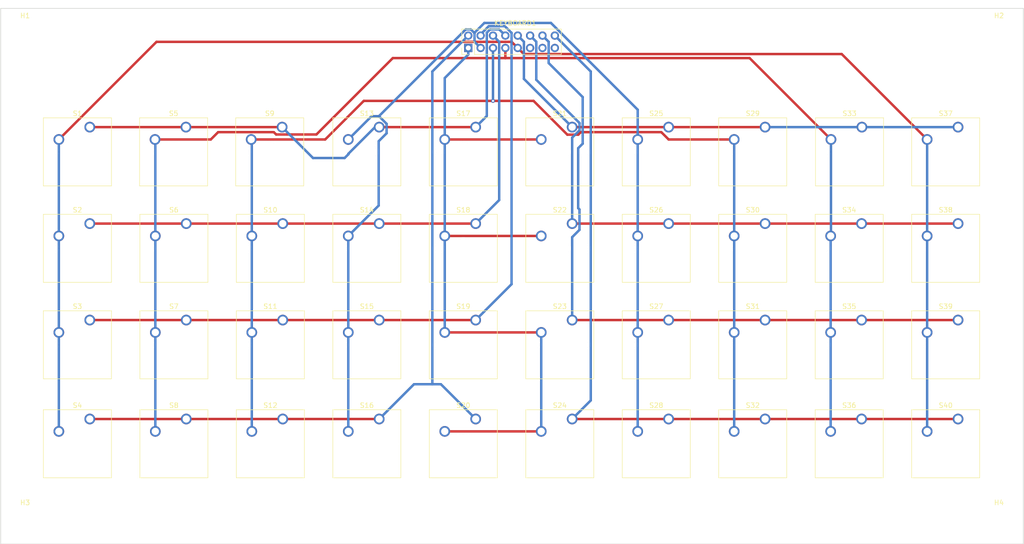
<source format=kicad_pcb>
(kicad_pcb (version 20171130) (host pcbnew "(5.1.4)-1")

  (general
    (thickness 1.6)
    (drawings 4)
    (tracks 161)
    (zones 0)
    (modules 45)
    (nets 17)
  )

  (page A4)
  (title_block
    (date 2019-09-27)
    (rev Beta)
  )

  (layers
    (0 Top signal)
    (31 Bottom signal)
    (32 B.Adhes user)
    (33 F.Adhes user)
    (34 B.Paste user)
    (35 F.Paste user)
    (36 B.SilkS user)
    (37 F.SilkS user)
    (38 B.Mask user)
    (39 F.Mask user)
    (40 Dwgs.User user)
    (41 Cmts.User user)
    (42 Eco1.User user)
    (43 Eco2.User user)
    (44 Edge.Cuts user)
    (45 Margin user)
    (46 B.CrtYd user)
    (47 F.CrtYd user)
    (48 B.Fab user)
    (49 F.Fab user)
  )

  (setup
    (last_trace_width 0.5)
    (trace_clearance 0.1524)
    (zone_clearance 0.508)
    (zone_45_only no)
    (trace_min 0.1524)
    (via_size 0.8)
    (via_drill 0.4)
    (via_min_size 0.4)
    (via_min_drill 0.3)
    (uvia_size 0.3)
    (uvia_drill 0.1)
    (uvias_allowed no)
    (uvia_min_size 0.2)
    (uvia_min_drill 0.1)
    (edge_width 0.05)
    (segment_width 0.2)
    (pcb_text_width 0.3)
    (pcb_text_size 1.5 1.5)
    (mod_edge_width 0.12)
    (mod_text_size 1 1)
    (mod_text_width 0.15)
    (pad_size 1.524 1.524)
    (pad_drill 0.762)
    (pad_to_mask_clearance 0.051)
    (solder_mask_min_width 0.25)
    (aux_axis_origin 0 0)
    (visible_elements 7FFFFFFF)
    (pcbplotparams
      (layerselection 0x010fc_ffffffff)
      (usegerberextensions false)
      (usegerberattributes false)
      (usegerberadvancedattributes false)
      (creategerberjobfile false)
      (excludeedgelayer true)
      (linewidth 0.100000)
      (plotframeref false)
      (viasonmask false)
      (mode 1)
      (useauxorigin false)
      (hpglpennumber 1)
      (hpglpenspeed 20)
      (hpglpendiameter 15.000000)
      (psnegative false)
      (psa4output false)
      (plotreference true)
      (plotvalue true)
      (plotinvisibletext false)
      (padsonsilk false)
      (subtractmaskfromsilk false)
      (outputformat 1)
      (mirror false)
      (drillshape 0)
      (scaleselection 1)
      (outputdirectory "gerber/"))
  )

  (net 0 "")
  (net 1 /A15)
  (net 2 "Net-(KEYBOARD1-Pad15)")
  (net 3 /A14)
  (net 4 "Net-(KEYBOARD1-Pad13)")
  (net 5 /A13)
  (net 6 "Net-(KEYBOARD1-Pad11)")
  (net 7 /A12)
  (net 8 "Net-(KEYBOARD1-Pad9)")
  (net 9 /A11)
  (net 10 "Net-(KEYBOARD1-Pad7)")
  (net 11 /A10)
  (net 12 "Net-(KEYBOARD1-Pad5)")
  (net 13 /A9)
  (net 14 "Net-(KEYBOARD1-Pad3)")
  (net 15 /A8)
  (net 16 "Net-(KEYBOARD1-Pad1)")

  (net_class Default "This is the default net class."
    (clearance 0.1524)
    (trace_width 0.5)
    (via_dia 0.8)
    (via_drill 0.4)
    (uvia_dia 0.3)
    (uvia_drill 0.1)
    (add_net /A10)
    (add_net /A11)
    (add_net /A12)
    (add_net /A13)
    (add_net /A14)
    (add_net /A15)
    (add_net /A8)
    (add_net /A9)
    (add_net "Net-(KEYBOARD1-Pad1)")
    (add_net "Net-(KEYBOARD1-Pad11)")
    (add_net "Net-(KEYBOARD1-Pad13)")
    (add_net "Net-(KEYBOARD1-Pad15)")
    (add_net "Net-(KEYBOARD1-Pad3)")
    (add_net "Net-(KEYBOARD1-Pad5)")
    (add_net "Net-(KEYBOARD1-Pad7)")
    (add_net "Net-(KEYBOARD1-Pad9)")
  )

  (module MountingHole:MountingHole_2.5mm (layer Top) (tedit 56D1B4CB) (tstamp 5D8DABFA)
    (at 252.752 145.132)
    (descr "Mounting Hole 2.5mm, no annular")
    (tags "mounting hole 2.5mm no annular")
    (path /5DAD2A05)
    (attr virtual)
    (fp_text reference H4 (at 0 -3.5) (layer F.SilkS)
      (effects (font (size 1 1) (thickness 0.15)))
    )
    (fp_text value MountingHole (at 0 3.5) (layer F.Fab)
      (effects (font (size 1 1) (thickness 0.15)))
    )
    (fp_circle (center 0 0) (end 2.75 0) (layer F.CrtYd) (width 0.05))
    (fp_circle (center 0 0) (end 2.5 0) (layer Cmts.User) (width 0.15))
    (fp_text user %R (at 0.3 0) (layer F.Fab)
      (effects (font (size 1 1) (thickness 0.15)))
    )
    (pad 1 np_thru_hole circle (at 0 0) (size 2.5 2.5) (drill 2.5) (layers *.Cu *.Mask))
  )

  (module MountingHole:MountingHole_2.5mm (layer Top) (tedit 56D1B4CB) (tstamp 5D8DABF2)
    (at 52.752 145.132)
    (descr "Mounting Hole 2.5mm, no annular")
    (tags "mounting hole 2.5mm no annular")
    (path /5DACD069)
    (attr virtual)
    (fp_text reference H3 (at 0 -3.5) (layer F.SilkS)
      (effects (font (size 1 1) (thickness 0.15)))
    )
    (fp_text value MountingHole (at 0 3.5) (layer F.Fab)
      (effects (font (size 1 1) (thickness 0.15)))
    )
    (fp_circle (center 0 0) (end 2.75 0) (layer F.CrtYd) (width 0.05))
    (fp_circle (center 0 0) (end 2.5 0) (layer Cmts.User) (width 0.15))
    (fp_text user %R (at 0.3 0) (layer F.Fab)
      (effects (font (size 1 1) (thickness 0.15)))
    )
    (pad 1 np_thru_hole circle (at 0 0) (size 2.5 2.5) (drill 2.5) (layers *.Cu *.Mask))
  )

  (module MountingHole:MountingHole_2.5mm (layer Top) (tedit 56D1B4CB) (tstamp 5D8DABEA)
    (at 252.752 45.132)
    (descr "Mounting Hole 2.5mm, no annular")
    (tags "mounting hole 2.5mm no annular")
    (path /5DAC77E0)
    (attr virtual)
    (fp_text reference H2 (at 0 -3.5) (layer F.SilkS)
      (effects (font (size 1 1) (thickness 0.15)))
    )
    (fp_text value MountingHole (at 0 3.5) (layer F.Fab)
      (effects (font (size 1 1) (thickness 0.15)))
    )
    (fp_circle (center 0 0) (end 2.75 0) (layer F.CrtYd) (width 0.05))
    (fp_circle (center 0 0) (end 2.5 0) (layer Cmts.User) (width 0.15))
    (fp_text user %R (at 0.3 0) (layer F.Fab)
      (effects (font (size 1 1) (thickness 0.15)))
    )
    (pad 1 np_thru_hole circle (at 0 0) (size 2.5 2.5) (drill 2.5) (layers *.Cu *.Mask))
  )

  (module MountingHole:MountingHole_2.5mm (layer Top) (tedit 56D1B4CB) (tstamp 5D8DABE2)
    (at 52.752 45.132)
    (descr "Mounting Hole 2.5mm, no annular")
    (tags "mounting hole 2.5mm no annular")
    (path /5DAC6CEA)
    (attr virtual)
    (fp_text reference H1 (at 0 -3.5) (layer F.SilkS)
      (effects (font (size 1 1) (thickness 0.15)))
    )
    (fp_text value MountingHole (at 0 3.5) (layer F.Fab)
      (effects (font (size 1 1) (thickness 0.15)))
    )
    (fp_circle (center 0 0) (end 2.75 0) (layer F.CrtYd) (width 0.05))
    (fp_circle (center 0 0) (end 2.5 0) (layer Cmts.User) (width 0.15))
    (fp_text user %R (at 0.3 0) (layer F.Fab)
      (effects (font (size 1 1) (thickness 0.15)))
    )
    (pad 1 np_thru_hole circle (at 0 0) (size 2.5 2.5) (drill 2.5) (layers *.Cu *.Mask))
  )

  (module Button_Switch_Keyboard:SW_Cherry_MX_1.00u_PCB (layer Top) (tedit 5D8698FA) (tstamp 5D86F53C)
    (at 244.348 124.46)
    (descr "Cherry MX keyswitch, 1.00u, PCB mount, http://cherryamericas.com/wp-content/uploads/2014/12/mx_cat.pdf")
    (tags "Cherry MX keyswitch 1.00u PCB")
    (path /3B81CA89)
    (fp_text reference S40 (at -2.54 -2.794) (layer F.SilkS)
      (effects (font (size 1 1) (thickness 0.15)))
    )
    (fp_text value 31-XX (at -2.54 12.954) (layer F.Fab)
      (effects (font (size 1 1) (thickness 0.15)))
    )
    (fp_line (start -9.525 12.065) (end -9.525 -1.905) (layer F.SilkS) (width 0.12))
    (fp_line (start 4.445 12.065) (end -9.525 12.065) (layer F.SilkS) (width 0.12))
    (fp_line (start 4.445 -1.905) (end 4.445 12.065) (layer F.SilkS) (width 0.12))
    (fp_line (start -9.525 -1.905) (end 4.445 -1.905) (layer F.SilkS) (width 0.12))
    (fp_line (start -12.065 14.605) (end -12.065 -4.445) (layer Dwgs.User) (width 0.15))
    (fp_line (start 6.985 14.605) (end -12.065 14.605) (layer Dwgs.User) (width 0.15))
    (fp_line (start 6.985 -4.445) (end 6.985 14.605) (layer Dwgs.User) (width 0.15))
    (fp_line (start -12.065 -4.445) (end 6.985 -4.445) (layer Dwgs.User) (width 0.15))
    (fp_line (start -9.14 -1.52) (end 4.06 -1.52) (layer F.CrtYd) (width 0.05))
    (fp_line (start 4.06 -1.52) (end 4.06 11.68) (layer F.CrtYd) (width 0.05))
    (fp_line (start 4.06 11.68) (end -9.14 11.68) (layer F.CrtYd) (width 0.05))
    (fp_line (start -9.14 11.68) (end -9.14 -1.52) (layer F.CrtYd) (width 0.05))
    (fp_line (start -8.89 11.43) (end -8.89 -1.27) (layer F.Fab) (width 0.1))
    (fp_line (start 3.81 11.43) (end -8.89 11.43) (layer F.Fab) (width 0.1))
    (fp_line (start 3.81 -1.27) (end 3.81 11.43) (layer F.Fab) (width 0.1))
    (fp_line (start -8.89 -1.27) (end 3.81 -1.27) (layer F.Fab) (width 0.1))
    (fp_text user %R (at -2.54 -2.794) (layer F.Fab)
      (effects (font (size 1 1) (thickness 0.15)))
    )
    (pad "" np_thru_hole circle (at 2.54 5.08) (size 1.7 1.7) (drill 1.7) (layers *.Cu *.Mask))
    (pad "" np_thru_hole circle (at -7.62 5.08) (size 1.7 1.7) (drill 1.7) (layers *.Cu *.Mask))
    (pad "" np_thru_hole circle (at -2.54 5.08) (size 4 4) (drill 4) (layers *.Cu *.Mask))
    (pad 2 thru_hole circle (at -6.35 2.54) (size 2.2 2.2) (drill 1.5) (layers *.Cu *.Mask)
      (net 8 "Net-(KEYBOARD1-Pad9)"))
    (pad 1 thru_hole circle (at 0 0) (size 2.2 2.2) (drill 1.5) (layers *.Cu *.Mask)
      (net 1 /A15))
    (model ${KISYS3DMOD}/Button_Switch_Keyboard.3dshapes/SW_Cherry_MX_1.00u_PCB.wrl
      (at (xyz 0 0 0))
      (scale (xyz 1 1 1))
      (rotate (xyz 0 0 0))
    )
    (model "C:/Users/John Bradley/Documents/KiCad/library/3dmodels/Cherry-MX1A-E1NW.wrl"
      (offset (xyz -2.54 -5.0546 0))
      (scale (xyz 0.4 0.4 0.4))
      (rotate (xyz 0 0 0))
    )
  )

  (module Button_Switch_Keyboard:SW_Cherry_MX_1.00u_PCB (layer Top) (tedit 5D8698FA) (tstamp 5D86F522)
    (at 244.348 104.14)
    (descr "Cherry MX keyswitch, 1.00u, PCB mount, http://cherryamericas.com/wp-content/uploads/2014/12/mx_cat.pdf")
    (tags "Cherry MX keyswitch 1.00u PCB")
    (path /B83547CA)
    (fp_text reference S39 (at -2.54 -2.794) (layer F.SilkS)
      (effects (font (size 1 1) (thickness 0.15)))
    )
    (fp_text value 31-XX (at -2.54 12.954) (layer F.Fab)
      (effects (font (size 1 1) (thickness 0.15)))
    )
    (fp_line (start -9.525 12.065) (end -9.525 -1.905) (layer F.SilkS) (width 0.12))
    (fp_line (start 4.445 12.065) (end -9.525 12.065) (layer F.SilkS) (width 0.12))
    (fp_line (start 4.445 -1.905) (end 4.445 12.065) (layer F.SilkS) (width 0.12))
    (fp_line (start -9.525 -1.905) (end 4.445 -1.905) (layer F.SilkS) (width 0.12))
    (fp_line (start -12.065 14.605) (end -12.065 -4.445) (layer Dwgs.User) (width 0.15))
    (fp_line (start 6.985 14.605) (end -12.065 14.605) (layer Dwgs.User) (width 0.15))
    (fp_line (start 6.985 -4.445) (end 6.985 14.605) (layer Dwgs.User) (width 0.15))
    (fp_line (start -12.065 -4.445) (end 6.985 -4.445) (layer Dwgs.User) (width 0.15))
    (fp_line (start -9.14 -1.52) (end 4.06 -1.52) (layer F.CrtYd) (width 0.05))
    (fp_line (start 4.06 -1.52) (end 4.06 11.68) (layer F.CrtYd) (width 0.05))
    (fp_line (start 4.06 11.68) (end -9.14 11.68) (layer F.CrtYd) (width 0.05))
    (fp_line (start -9.14 11.68) (end -9.14 -1.52) (layer F.CrtYd) (width 0.05))
    (fp_line (start -8.89 11.43) (end -8.89 -1.27) (layer F.Fab) (width 0.1))
    (fp_line (start 3.81 11.43) (end -8.89 11.43) (layer F.Fab) (width 0.1))
    (fp_line (start 3.81 -1.27) (end 3.81 11.43) (layer F.Fab) (width 0.1))
    (fp_line (start -8.89 -1.27) (end 3.81 -1.27) (layer F.Fab) (width 0.1))
    (fp_text user %R (at -2.54 -2.794) (layer F.Fab)
      (effects (font (size 1 1) (thickness 0.15)))
    )
    (pad "" np_thru_hole circle (at 2.54 5.08) (size 1.7 1.7) (drill 1.7) (layers *.Cu *.Mask))
    (pad "" np_thru_hole circle (at -7.62 5.08) (size 1.7 1.7) (drill 1.7) (layers *.Cu *.Mask))
    (pad "" np_thru_hole circle (at -2.54 5.08) (size 4 4) (drill 4) (layers *.Cu *.Mask))
    (pad 2 thru_hole circle (at -6.35 2.54) (size 2.2 2.2) (drill 1.5) (layers *.Cu *.Mask)
      (net 8 "Net-(KEYBOARD1-Pad9)"))
    (pad 1 thru_hole circle (at 0 0) (size 2.2 2.2) (drill 1.5) (layers *.Cu *.Mask)
      (net 3 /A14))
    (model ${KISYS3DMOD}/Button_Switch_Keyboard.3dshapes/SW_Cherry_MX_1.00u_PCB.wrl
      (at (xyz 0 0 0))
      (scale (xyz 1 1 1))
      (rotate (xyz 0 0 0))
    )
    (model "C:/Users/John Bradley/Documents/KiCad/library/3dmodels/Cherry-MX1A-E1NW.wrl"
      (offset (xyz -2.54 -5.0546 0))
      (scale (xyz 0.4 0.4 0.4))
      (rotate (xyz 0 0 0))
    )
  )

  (module Button_Switch_Keyboard:SW_Cherry_MX_1.00u_PCB (layer Top) (tedit 5D8698FA) (tstamp 5D86F508)
    (at 244.348 84.328)
    (descr "Cherry MX keyswitch, 1.00u, PCB mount, http://cherryamericas.com/wp-content/uploads/2014/12/mx_cat.pdf")
    (tags "Cherry MX keyswitch 1.00u PCB")
    (path /18CEE41D)
    (fp_text reference S38 (at -2.54 -2.794) (layer F.SilkS)
      (effects (font (size 1 1) (thickness 0.15)))
    )
    (fp_text value 31-XX (at -2.54 12.954) (layer F.Fab)
      (effects (font (size 1 1) (thickness 0.15)))
    )
    (fp_line (start -9.525 12.065) (end -9.525 -1.905) (layer F.SilkS) (width 0.12))
    (fp_line (start 4.445 12.065) (end -9.525 12.065) (layer F.SilkS) (width 0.12))
    (fp_line (start 4.445 -1.905) (end 4.445 12.065) (layer F.SilkS) (width 0.12))
    (fp_line (start -9.525 -1.905) (end 4.445 -1.905) (layer F.SilkS) (width 0.12))
    (fp_line (start -12.065 14.605) (end -12.065 -4.445) (layer Dwgs.User) (width 0.15))
    (fp_line (start 6.985 14.605) (end -12.065 14.605) (layer Dwgs.User) (width 0.15))
    (fp_line (start 6.985 -4.445) (end 6.985 14.605) (layer Dwgs.User) (width 0.15))
    (fp_line (start -12.065 -4.445) (end 6.985 -4.445) (layer Dwgs.User) (width 0.15))
    (fp_line (start -9.14 -1.52) (end 4.06 -1.52) (layer F.CrtYd) (width 0.05))
    (fp_line (start 4.06 -1.52) (end 4.06 11.68) (layer F.CrtYd) (width 0.05))
    (fp_line (start 4.06 11.68) (end -9.14 11.68) (layer F.CrtYd) (width 0.05))
    (fp_line (start -9.14 11.68) (end -9.14 -1.52) (layer F.CrtYd) (width 0.05))
    (fp_line (start -8.89 11.43) (end -8.89 -1.27) (layer F.Fab) (width 0.1))
    (fp_line (start 3.81 11.43) (end -8.89 11.43) (layer F.Fab) (width 0.1))
    (fp_line (start 3.81 -1.27) (end 3.81 11.43) (layer F.Fab) (width 0.1))
    (fp_line (start -8.89 -1.27) (end 3.81 -1.27) (layer F.Fab) (width 0.1))
    (fp_text user %R (at -2.54 -2.794) (layer F.Fab)
      (effects (font (size 1 1) (thickness 0.15)))
    )
    (pad "" np_thru_hole circle (at 2.54 5.08) (size 1.7 1.7) (drill 1.7) (layers *.Cu *.Mask))
    (pad "" np_thru_hole circle (at -7.62 5.08) (size 1.7 1.7) (drill 1.7) (layers *.Cu *.Mask))
    (pad "" np_thru_hole circle (at -2.54 5.08) (size 4 4) (drill 4) (layers *.Cu *.Mask))
    (pad 2 thru_hole circle (at -6.35 2.54) (size 2.2 2.2) (drill 1.5) (layers *.Cu *.Mask)
      (net 8 "Net-(KEYBOARD1-Pad9)"))
    (pad 1 thru_hole circle (at 0 0) (size 2.2 2.2) (drill 1.5) (layers *.Cu *.Mask)
      (net 5 /A13))
    (model ${KISYS3DMOD}/Button_Switch_Keyboard.3dshapes/SW_Cherry_MX_1.00u_PCB.wrl
      (at (xyz 0 0 0))
      (scale (xyz 1 1 1))
      (rotate (xyz 0 0 0))
    )
    (model "C:/Users/John Bradley/Documents/KiCad/library/3dmodels/Cherry-MX1A-E1NW.wrl"
      (offset (xyz -2.54 -5.0546 0))
      (scale (xyz 0.4 0.4 0.4))
      (rotate (xyz 0 0 0))
    )
  )

  (module Button_Switch_Keyboard:SW_Cherry_MX_1.00u_PCB (layer Top) (tedit 5D8698FA) (tstamp 5D86F4EE)
    (at 244.348 64.516)
    (descr "Cherry MX keyswitch, 1.00u, PCB mount, http://cherryamericas.com/wp-content/uploads/2014/12/mx_cat.pdf")
    (tags "Cherry MX keyswitch 1.00u PCB")
    (path /6EE3D87C)
    (fp_text reference S37 (at -2.54 -2.794) (layer F.SilkS)
      (effects (font (size 1 1) (thickness 0.15)))
    )
    (fp_text value 31-XX (at -2.54 12.954) (layer F.Fab)
      (effects (font (size 1 1) (thickness 0.15)))
    )
    (fp_line (start -9.525 12.065) (end -9.525 -1.905) (layer F.SilkS) (width 0.12))
    (fp_line (start 4.445 12.065) (end -9.525 12.065) (layer F.SilkS) (width 0.12))
    (fp_line (start 4.445 -1.905) (end 4.445 12.065) (layer F.SilkS) (width 0.12))
    (fp_line (start -9.525 -1.905) (end 4.445 -1.905) (layer F.SilkS) (width 0.12))
    (fp_line (start -12.065 14.605) (end -12.065 -4.445) (layer Dwgs.User) (width 0.15))
    (fp_line (start 6.985 14.605) (end -12.065 14.605) (layer Dwgs.User) (width 0.15))
    (fp_line (start 6.985 -4.445) (end 6.985 14.605) (layer Dwgs.User) (width 0.15))
    (fp_line (start -12.065 -4.445) (end 6.985 -4.445) (layer Dwgs.User) (width 0.15))
    (fp_line (start -9.14 -1.52) (end 4.06 -1.52) (layer F.CrtYd) (width 0.05))
    (fp_line (start 4.06 -1.52) (end 4.06 11.68) (layer F.CrtYd) (width 0.05))
    (fp_line (start 4.06 11.68) (end -9.14 11.68) (layer F.CrtYd) (width 0.05))
    (fp_line (start -9.14 11.68) (end -9.14 -1.52) (layer F.CrtYd) (width 0.05))
    (fp_line (start -8.89 11.43) (end -8.89 -1.27) (layer F.Fab) (width 0.1))
    (fp_line (start 3.81 11.43) (end -8.89 11.43) (layer F.Fab) (width 0.1))
    (fp_line (start 3.81 -1.27) (end 3.81 11.43) (layer F.Fab) (width 0.1))
    (fp_line (start -8.89 -1.27) (end 3.81 -1.27) (layer F.Fab) (width 0.1))
    (fp_text user %R (at -2.54 -2.794) (layer F.Fab)
      (effects (font (size 1 1) (thickness 0.15)))
    )
    (pad "" np_thru_hole circle (at 2.54 5.08) (size 1.7 1.7) (drill 1.7) (layers *.Cu *.Mask))
    (pad "" np_thru_hole circle (at -7.62 5.08) (size 1.7 1.7) (drill 1.7) (layers *.Cu *.Mask))
    (pad "" np_thru_hole circle (at -2.54 5.08) (size 4 4) (drill 4) (layers *.Cu *.Mask))
    (pad 2 thru_hole circle (at -6.35 2.54) (size 2.2 2.2) (drill 1.5) (layers *.Cu *.Mask)
      (net 8 "Net-(KEYBOARD1-Pad9)"))
    (pad 1 thru_hole circle (at 0 0) (size 2.2 2.2) (drill 1.5) (layers *.Cu *.Mask)
      (net 7 /A12))
    (model ${KISYS3DMOD}/Button_Switch_Keyboard.3dshapes/SW_Cherry_MX_1.00u_PCB.wrl
      (at (xyz 0 0 0))
      (scale (xyz 1 1 1))
      (rotate (xyz 0 0 0))
    )
    (model "C:/Users/John Bradley/Documents/KiCad/library/3dmodels/Cherry-MX1A-E1NW.wrl"
      (offset (xyz -2.54 -5.0546 0))
      (scale (xyz 0.4 0.4 0.4))
      (rotate (xyz 0 0 0))
    )
  )

  (module Button_Switch_Keyboard:SW_Cherry_MX_1.00u_PCB (layer Top) (tedit 5D8698FA) (tstamp 5D86F4D4)
    (at 224.536 124.46)
    (descr "Cherry MX keyswitch, 1.00u, PCB mount, http://cherryamericas.com/wp-content/uploads/2014/12/mx_cat.pdf")
    (tags "Cherry MX keyswitch 1.00u PCB")
    (path /95A48FC0)
    (fp_text reference S36 (at -2.54 -2.794) (layer F.SilkS)
      (effects (font (size 1 1) (thickness 0.15)))
    )
    (fp_text value 31-XX (at -2.54 12.954) (layer F.Fab)
      (effects (font (size 1 1) (thickness 0.15)))
    )
    (fp_line (start -9.525 12.065) (end -9.525 -1.905) (layer F.SilkS) (width 0.12))
    (fp_line (start 4.445 12.065) (end -9.525 12.065) (layer F.SilkS) (width 0.12))
    (fp_line (start 4.445 -1.905) (end 4.445 12.065) (layer F.SilkS) (width 0.12))
    (fp_line (start -9.525 -1.905) (end 4.445 -1.905) (layer F.SilkS) (width 0.12))
    (fp_line (start -12.065 14.605) (end -12.065 -4.445) (layer Dwgs.User) (width 0.15))
    (fp_line (start 6.985 14.605) (end -12.065 14.605) (layer Dwgs.User) (width 0.15))
    (fp_line (start 6.985 -4.445) (end 6.985 14.605) (layer Dwgs.User) (width 0.15))
    (fp_line (start -12.065 -4.445) (end 6.985 -4.445) (layer Dwgs.User) (width 0.15))
    (fp_line (start -9.14 -1.52) (end 4.06 -1.52) (layer F.CrtYd) (width 0.05))
    (fp_line (start 4.06 -1.52) (end 4.06 11.68) (layer F.CrtYd) (width 0.05))
    (fp_line (start 4.06 11.68) (end -9.14 11.68) (layer F.CrtYd) (width 0.05))
    (fp_line (start -9.14 11.68) (end -9.14 -1.52) (layer F.CrtYd) (width 0.05))
    (fp_line (start -8.89 11.43) (end -8.89 -1.27) (layer F.Fab) (width 0.1))
    (fp_line (start 3.81 11.43) (end -8.89 11.43) (layer F.Fab) (width 0.1))
    (fp_line (start 3.81 -1.27) (end 3.81 11.43) (layer F.Fab) (width 0.1))
    (fp_line (start -8.89 -1.27) (end 3.81 -1.27) (layer F.Fab) (width 0.1))
    (fp_text user %R (at -2.54 -2.794) (layer F.Fab)
      (effects (font (size 1 1) (thickness 0.15)))
    )
    (pad "" np_thru_hole circle (at 2.54 5.08) (size 1.7 1.7) (drill 1.7) (layers *.Cu *.Mask))
    (pad "" np_thru_hole circle (at -7.62 5.08) (size 1.7 1.7) (drill 1.7) (layers *.Cu *.Mask))
    (pad "" np_thru_hole circle (at -2.54 5.08) (size 4 4) (drill 4) (layers *.Cu *.Mask))
    (pad 2 thru_hole circle (at -6.35 2.54) (size 2.2 2.2) (drill 1.5) (layers *.Cu *.Mask)
      (net 10 "Net-(KEYBOARD1-Pad7)"))
    (pad 1 thru_hole circle (at 0 0) (size 2.2 2.2) (drill 1.5) (layers *.Cu *.Mask)
      (net 1 /A15))
    (model ${KISYS3DMOD}/Button_Switch_Keyboard.3dshapes/SW_Cherry_MX_1.00u_PCB.wrl
      (at (xyz 0 0 0))
      (scale (xyz 1 1 1))
      (rotate (xyz 0 0 0))
    )
    (model "C:/Users/John Bradley/Documents/KiCad/library/3dmodels/Cherry-MX1A-E1NW.wrl"
      (offset (xyz -2.54 -5.0546 0))
      (scale (xyz 0.4 0.4 0.4))
      (rotate (xyz 0 0 0))
    )
  )

  (module Button_Switch_Keyboard:SW_Cherry_MX_1.00u_PCB (layer Top) (tedit 5D8698FA) (tstamp 5D86F4BA)
    (at 224.536 104.14)
    (descr "Cherry MX keyswitch, 1.00u, PCB mount, http://cherryamericas.com/wp-content/uploads/2014/12/mx_cat.pdf")
    (tags "Cherry MX keyswitch 1.00u PCB")
    (path /A21FD0FE)
    (fp_text reference S35 (at -2.54 -2.794) (layer F.SilkS)
      (effects (font (size 1 1) (thickness 0.15)))
    )
    (fp_text value 31-XX (at -2.54 12.954) (layer F.Fab)
      (effects (font (size 1 1) (thickness 0.15)))
    )
    (fp_line (start -9.525 12.065) (end -9.525 -1.905) (layer F.SilkS) (width 0.12))
    (fp_line (start 4.445 12.065) (end -9.525 12.065) (layer F.SilkS) (width 0.12))
    (fp_line (start 4.445 -1.905) (end 4.445 12.065) (layer F.SilkS) (width 0.12))
    (fp_line (start -9.525 -1.905) (end 4.445 -1.905) (layer F.SilkS) (width 0.12))
    (fp_line (start -12.065 14.605) (end -12.065 -4.445) (layer Dwgs.User) (width 0.15))
    (fp_line (start 6.985 14.605) (end -12.065 14.605) (layer Dwgs.User) (width 0.15))
    (fp_line (start 6.985 -4.445) (end 6.985 14.605) (layer Dwgs.User) (width 0.15))
    (fp_line (start -12.065 -4.445) (end 6.985 -4.445) (layer Dwgs.User) (width 0.15))
    (fp_line (start -9.14 -1.52) (end 4.06 -1.52) (layer F.CrtYd) (width 0.05))
    (fp_line (start 4.06 -1.52) (end 4.06 11.68) (layer F.CrtYd) (width 0.05))
    (fp_line (start 4.06 11.68) (end -9.14 11.68) (layer F.CrtYd) (width 0.05))
    (fp_line (start -9.14 11.68) (end -9.14 -1.52) (layer F.CrtYd) (width 0.05))
    (fp_line (start -8.89 11.43) (end -8.89 -1.27) (layer F.Fab) (width 0.1))
    (fp_line (start 3.81 11.43) (end -8.89 11.43) (layer F.Fab) (width 0.1))
    (fp_line (start 3.81 -1.27) (end 3.81 11.43) (layer F.Fab) (width 0.1))
    (fp_line (start -8.89 -1.27) (end 3.81 -1.27) (layer F.Fab) (width 0.1))
    (fp_text user %R (at -2.54 -2.794) (layer F.Fab)
      (effects (font (size 1 1) (thickness 0.15)))
    )
    (pad "" np_thru_hole circle (at 2.54 5.08) (size 1.7 1.7) (drill 1.7) (layers *.Cu *.Mask))
    (pad "" np_thru_hole circle (at -7.62 5.08) (size 1.7 1.7) (drill 1.7) (layers *.Cu *.Mask))
    (pad "" np_thru_hole circle (at -2.54 5.08) (size 4 4) (drill 4) (layers *.Cu *.Mask))
    (pad 2 thru_hole circle (at -6.35 2.54) (size 2.2 2.2) (drill 1.5) (layers *.Cu *.Mask)
      (net 10 "Net-(KEYBOARD1-Pad7)"))
    (pad 1 thru_hole circle (at 0 0) (size 2.2 2.2) (drill 1.5) (layers *.Cu *.Mask)
      (net 3 /A14))
    (model ${KISYS3DMOD}/Button_Switch_Keyboard.3dshapes/SW_Cherry_MX_1.00u_PCB.wrl
      (at (xyz 0 0 0))
      (scale (xyz 1 1 1))
      (rotate (xyz 0 0 0))
    )
    (model "C:/Users/John Bradley/Documents/KiCad/library/3dmodels/Cherry-MX1A-E1NW.wrl"
      (offset (xyz -2.54 -5.0546 0))
      (scale (xyz 0.4 0.4 0.4))
      (rotate (xyz 0 0 0))
    )
  )

  (module Button_Switch_Keyboard:SW_Cherry_MX_1.00u_PCB (layer Top) (tedit 5D8698FA) (tstamp 5D86F4A0)
    (at 224.536 84.328)
    (descr "Cherry MX keyswitch, 1.00u, PCB mount, http://cherryamericas.com/wp-content/uploads/2014/12/mx_cat.pdf")
    (tags "Cherry MX keyswitch 1.00u PCB")
    (path /20F6C7C7)
    (fp_text reference S34 (at -2.54 -2.794) (layer F.SilkS)
      (effects (font (size 1 1) (thickness 0.15)))
    )
    (fp_text value 31-XX (at -2.54 12.954) (layer F.Fab)
      (effects (font (size 1 1) (thickness 0.15)))
    )
    (fp_line (start -9.525 12.065) (end -9.525 -1.905) (layer F.SilkS) (width 0.12))
    (fp_line (start 4.445 12.065) (end -9.525 12.065) (layer F.SilkS) (width 0.12))
    (fp_line (start 4.445 -1.905) (end 4.445 12.065) (layer F.SilkS) (width 0.12))
    (fp_line (start -9.525 -1.905) (end 4.445 -1.905) (layer F.SilkS) (width 0.12))
    (fp_line (start -12.065 14.605) (end -12.065 -4.445) (layer Dwgs.User) (width 0.15))
    (fp_line (start 6.985 14.605) (end -12.065 14.605) (layer Dwgs.User) (width 0.15))
    (fp_line (start 6.985 -4.445) (end 6.985 14.605) (layer Dwgs.User) (width 0.15))
    (fp_line (start -12.065 -4.445) (end 6.985 -4.445) (layer Dwgs.User) (width 0.15))
    (fp_line (start -9.14 -1.52) (end 4.06 -1.52) (layer F.CrtYd) (width 0.05))
    (fp_line (start 4.06 -1.52) (end 4.06 11.68) (layer F.CrtYd) (width 0.05))
    (fp_line (start 4.06 11.68) (end -9.14 11.68) (layer F.CrtYd) (width 0.05))
    (fp_line (start -9.14 11.68) (end -9.14 -1.52) (layer F.CrtYd) (width 0.05))
    (fp_line (start -8.89 11.43) (end -8.89 -1.27) (layer F.Fab) (width 0.1))
    (fp_line (start 3.81 11.43) (end -8.89 11.43) (layer F.Fab) (width 0.1))
    (fp_line (start 3.81 -1.27) (end 3.81 11.43) (layer F.Fab) (width 0.1))
    (fp_line (start -8.89 -1.27) (end 3.81 -1.27) (layer F.Fab) (width 0.1))
    (fp_text user %R (at -2.54 -2.794) (layer F.Fab)
      (effects (font (size 1 1) (thickness 0.15)))
    )
    (pad "" np_thru_hole circle (at 2.54 5.08) (size 1.7 1.7) (drill 1.7) (layers *.Cu *.Mask))
    (pad "" np_thru_hole circle (at -7.62 5.08) (size 1.7 1.7) (drill 1.7) (layers *.Cu *.Mask))
    (pad "" np_thru_hole circle (at -2.54 5.08) (size 4 4) (drill 4) (layers *.Cu *.Mask))
    (pad 2 thru_hole circle (at -6.35 2.54) (size 2.2 2.2) (drill 1.5) (layers *.Cu *.Mask)
      (net 10 "Net-(KEYBOARD1-Pad7)"))
    (pad 1 thru_hole circle (at 0 0) (size 2.2 2.2) (drill 1.5) (layers *.Cu *.Mask)
      (net 5 /A13))
    (model ${KISYS3DMOD}/Button_Switch_Keyboard.3dshapes/SW_Cherry_MX_1.00u_PCB.wrl
      (at (xyz 0 0 0))
      (scale (xyz 1 1 1))
      (rotate (xyz 0 0 0))
    )
    (model "C:/Users/John Bradley/Documents/KiCad/library/3dmodels/Cherry-MX1A-E1NW.wrl"
      (offset (xyz -2.54 -5.0546 0))
      (scale (xyz 0.4 0.4 0.4))
      (rotate (xyz 0 0 0))
    )
  )

  (module Button_Switch_Keyboard:SW_Cherry_MX_1.00u_PCB (layer Top) (tedit 5D8698FA) (tstamp 5D86F486)
    (at 224.6 64.516)
    (descr "Cherry MX keyswitch, 1.00u, PCB mount, http://cherryamericas.com/wp-content/uploads/2014/12/mx_cat.pdf")
    (tags "Cherry MX keyswitch 1.00u PCB")
    (path /91499905)
    (fp_text reference S33 (at -2.54 -2.794) (layer F.SilkS)
      (effects (font (size 1 1) (thickness 0.15)))
    )
    (fp_text value 31-XX (at -2.54 12.954) (layer F.Fab)
      (effects (font (size 1 1) (thickness 0.15)))
    )
    (fp_line (start -9.525 12.065) (end -9.525 -1.905) (layer F.SilkS) (width 0.12))
    (fp_line (start 4.445 12.065) (end -9.525 12.065) (layer F.SilkS) (width 0.12))
    (fp_line (start 4.445 -1.905) (end 4.445 12.065) (layer F.SilkS) (width 0.12))
    (fp_line (start -9.525 -1.905) (end 4.445 -1.905) (layer F.SilkS) (width 0.12))
    (fp_line (start -12.065 14.605) (end -12.065 -4.445) (layer Dwgs.User) (width 0.15))
    (fp_line (start 6.985 14.605) (end -12.065 14.605) (layer Dwgs.User) (width 0.15))
    (fp_line (start 6.985 -4.445) (end 6.985 14.605) (layer Dwgs.User) (width 0.15))
    (fp_line (start -12.065 -4.445) (end 6.985 -4.445) (layer Dwgs.User) (width 0.15))
    (fp_line (start -9.14 -1.52) (end 4.06 -1.52) (layer F.CrtYd) (width 0.05))
    (fp_line (start 4.06 -1.52) (end 4.06 11.68) (layer F.CrtYd) (width 0.05))
    (fp_line (start 4.06 11.68) (end -9.14 11.68) (layer F.CrtYd) (width 0.05))
    (fp_line (start -9.14 11.68) (end -9.14 -1.52) (layer F.CrtYd) (width 0.05))
    (fp_line (start -8.89 11.43) (end -8.89 -1.27) (layer F.Fab) (width 0.1))
    (fp_line (start 3.81 11.43) (end -8.89 11.43) (layer F.Fab) (width 0.1))
    (fp_line (start 3.81 -1.27) (end 3.81 11.43) (layer F.Fab) (width 0.1))
    (fp_line (start -8.89 -1.27) (end 3.81 -1.27) (layer F.Fab) (width 0.1))
    (fp_text user %R (at -2.54 -2.794) (layer F.Fab)
      (effects (font (size 1 1) (thickness 0.15)))
    )
    (pad "" np_thru_hole circle (at 2.54 5.08) (size 1.7 1.7) (drill 1.7) (layers *.Cu *.Mask))
    (pad "" np_thru_hole circle (at -7.62 5.08) (size 1.7 1.7) (drill 1.7) (layers *.Cu *.Mask))
    (pad "" np_thru_hole circle (at -2.54 5.08) (size 4 4) (drill 4) (layers *.Cu *.Mask))
    (pad 2 thru_hole circle (at -6.35 2.54) (size 2.2 2.2) (drill 1.5) (layers *.Cu *.Mask)
      (net 10 "Net-(KEYBOARD1-Pad7)"))
    (pad 1 thru_hole circle (at 0 0) (size 2.2 2.2) (drill 1.5) (layers *.Cu *.Mask)
      (net 7 /A12))
    (model ${KISYS3DMOD}/Button_Switch_Keyboard.3dshapes/SW_Cherry_MX_1.00u_PCB.wrl
      (at (xyz 0 0 0))
      (scale (xyz 1 1 1))
      (rotate (xyz 0 0 0))
    )
    (model "C:/Users/John Bradley/Documents/KiCad/library/3dmodels/Cherry-MX1A-E1NW.wrl"
      (offset (xyz -2.54 -5.0546 0))
      (scale (xyz 0.4 0.4 0.4))
      (rotate (xyz 0 0 0))
    )
  )

  (module Button_Switch_Keyboard:SW_Cherry_MX_1.00u_PCB (layer Top) (tedit 5D8698FA) (tstamp 5D86F46C)
    (at 204.724 124.46)
    (descr "Cherry MX keyswitch, 1.00u, PCB mount, http://cherryamericas.com/wp-content/uploads/2014/12/mx_cat.pdf")
    (tags "Cherry MX keyswitch 1.00u PCB")
    (path /82FC518F)
    (fp_text reference S32 (at -2.54 -2.794) (layer F.SilkS)
      (effects (font (size 1 1) (thickness 0.15)))
    )
    (fp_text value 31-XX (at -2.54 12.954) (layer F.Fab)
      (effects (font (size 1 1) (thickness 0.15)))
    )
    (fp_line (start -9.525 12.065) (end -9.525 -1.905) (layer F.SilkS) (width 0.12))
    (fp_line (start 4.445 12.065) (end -9.525 12.065) (layer F.SilkS) (width 0.12))
    (fp_line (start 4.445 -1.905) (end 4.445 12.065) (layer F.SilkS) (width 0.12))
    (fp_line (start -9.525 -1.905) (end 4.445 -1.905) (layer F.SilkS) (width 0.12))
    (fp_line (start -12.065 14.605) (end -12.065 -4.445) (layer Dwgs.User) (width 0.15))
    (fp_line (start 6.985 14.605) (end -12.065 14.605) (layer Dwgs.User) (width 0.15))
    (fp_line (start 6.985 -4.445) (end 6.985 14.605) (layer Dwgs.User) (width 0.15))
    (fp_line (start -12.065 -4.445) (end 6.985 -4.445) (layer Dwgs.User) (width 0.15))
    (fp_line (start -9.14 -1.52) (end 4.06 -1.52) (layer F.CrtYd) (width 0.05))
    (fp_line (start 4.06 -1.52) (end 4.06 11.68) (layer F.CrtYd) (width 0.05))
    (fp_line (start 4.06 11.68) (end -9.14 11.68) (layer F.CrtYd) (width 0.05))
    (fp_line (start -9.14 11.68) (end -9.14 -1.52) (layer F.CrtYd) (width 0.05))
    (fp_line (start -8.89 11.43) (end -8.89 -1.27) (layer F.Fab) (width 0.1))
    (fp_line (start 3.81 11.43) (end -8.89 11.43) (layer F.Fab) (width 0.1))
    (fp_line (start 3.81 -1.27) (end 3.81 11.43) (layer F.Fab) (width 0.1))
    (fp_line (start -8.89 -1.27) (end 3.81 -1.27) (layer F.Fab) (width 0.1))
    (fp_text user %R (at -2.54 -2.794) (layer F.Fab)
      (effects (font (size 1 1) (thickness 0.15)))
    )
    (pad "" np_thru_hole circle (at 2.54 5.08) (size 1.7 1.7) (drill 1.7) (layers *.Cu *.Mask))
    (pad "" np_thru_hole circle (at -7.62 5.08) (size 1.7 1.7) (drill 1.7) (layers *.Cu *.Mask))
    (pad "" np_thru_hole circle (at -2.54 5.08) (size 4 4) (drill 4) (layers *.Cu *.Mask))
    (pad 2 thru_hole circle (at -6.35 2.54) (size 2.2 2.2) (drill 1.5) (layers *.Cu *.Mask)
      (net 12 "Net-(KEYBOARD1-Pad5)"))
    (pad 1 thru_hole circle (at 0 0) (size 2.2 2.2) (drill 1.5) (layers *.Cu *.Mask)
      (net 1 /A15))
    (model ${KISYS3DMOD}/Button_Switch_Keyboard.3dshapes/SW_Cherry_MX_1.00u_PCB.wrl
      (at (xyz 0 0 0))
      (scale (xyz 1 1 1))
      (rotate (xyz 0 0 0))
    )
    (model "C:/Users/John Bradley/Documents/KiCad/library/3dmodels/Cherry-MX1A-E1NW.wrl"
      (offset (xyz -2.54 -5.0546 0))
      (scale (xyz 0.4 0.4 0.4))
      (rotate (xyz 0 0 0))
    )
  )

  (module Button_Switch_Keyboard:SW_Cherry_MX_1.00u_PCB (layer Top) (tedit 5D8698FA) (tstamp 5D86F452)
    (at 204.724 104.14)
    (descr "Cherry MX keyswitch, 1.00u, PCB mount, http://cherryamericas.com/wp-content/uploads/2014/12/mx_cat.pdf")
    (tags "Cherry MX keyswitch 1.00u PCB")
    (path /2AE67E1E)
    (fp_text reference S31 (at -2.54 -2.794) (layer F.SilkS)
      (effects (font (size 1 1) (thickness 0.15)))
    )
    (fp_text value 31-XX (at -2.54 12.954) (layer F.Fab)
      (effects (font (size 1 1) (thickness 0.15)))
    )
    (fp_line (start -9.525 12.065) (end -9.525 -1.905) (layer F.SilkS) (width 0.12))
    (fp_line (start 4.445 12.065) (end -9.525 12.065) (layer F.SilkS) (width 0.12))
    (fp_line (start 4.445 -1.905) (end 4.445 12.065) (layer F.SilkS) (width 0.12))
    (fp_line (start -9.525 -1.905) (end 4.445 -1.905) (layer F.SilkS) (width 0.12))
    (fp_line (start -12.065 14.605) (end -12.065 -4.445) (layer Dwgs.User) (width 0.15))
    (fp_line (start 6.985 14.605) (end -12.065 14.605) (layer Dwgs.User) (width 0.15))
    (fp_line (start 6.985 -4.445) (end 6.985 14.605) (layer Dwgs.User) (width 0.15))
    (fp_line (start -12.065 -4.445) (end 6.985 -4.445) (layer Dwgs.User) (width 0.15))
    (fp_line (start -9.14 -1.52) (end 4.06 -1.52) (layer F.CrtYd) (width 0.05))
    (fp_line (start 4.06 -1.52) (end 4.06 11.68) (layer F.CrtYd) (width 0.05))
    (fp_line (start 4.06 11.68) (end -9.14 11.68) (layer F.CrtYd) (width 0.05))
    (fp_line (start -9.14 11.68) (end -9.14 -1.52) (layer F.CrtYd) (width 0.05))
    (fp_line (start -8.89 11.43) (end -8.89 -1.27) (layer F.Fab) (width 0.1))
    (fp_line (start 3.81 11.43) (end -8.89 11.43) (layer F.Fab) (width 0.1))
    (fp_line (start 3.81 -1.27) (end 3.81 11.43) (layer F.Fab) (width 0.1))
    (fp_line (start -8.89 -1.27) (end 3.81 -1.27) (layer F.Fab) (width 0.1))
    (fp_text user %R (at -2.54 -2.794) (layer F.Fab)
      (effects (font (size 1 1) (thickness 0.15)))
    )
    (pad "" np_thru_hole circle (at 2.54 5.08) (size 1.7 1.7) (drill 1.7) (layers *.Cu *.Mask))
    (pad "" np_thru_hole circle (at -7.62 5.08) (size 1.7 1.7) (drill 1.7) (layers *.Cu *.Mask))
    (pad "" np_thru_hole circle (at -2.54 5.08) (size 4 4) (drill 4) (layers *.Cu *.Mask))
    (pad 2 thru_hole circle (at -6.35 2.54) (size 2.2 2.2) (drill 1.5) (layers *.Cu *.Mask)
      (net 12 "Net-(KEYBOARD1-Pad5)"))
    (pad 1 thru_hole circle (at 0 0) (size 2.2 2.2) (drill 1.5) (layers *.Cu *.Mask)
      (net 3 /A14))
    (model ${KISYS3DMOD}/Button_Switch_Keyboard.3dshapes/SW_Cherry_MX_1.00u_PCB.wrl
      (at (xyz 0 0 0))
      (scale (xyz 1 1 1))
      (rotate (xyz 0 0 0))
    )
    (model "C:/Users/John Bradley/Documents/KiCad/library/3dmodels/Cherry-MX1A-E1NW.wrl"
      (offset (xyz -2.54 -5.0546 0))
      (scale (xyz 0.4 0.4 0.4))
      (rotate (xyz 0 0 0))
    )
  )

  (module Button_Switch_Keyboard:SW_Cherry_MX_1.00u_PCB (layer Top) (tedit 5D8698FA) (tstamp 5D86F438)
    (at 204.724 84.328)
    (descr "Cherry MX keyswitch, 1.00u, PCB mount, http://cherryamericas.com/wp-content/uploads/2014/12/mx_cat.pdf")
    (tags "Cherry MX keyswitch 1.00u PCB")
    (path /0C0EEDC0)
    (fp_text reference S30 (at -2.54 -2.794) (layer F.SilkS)
      (effects (font (size 1 1) (thickness 0.15)))
    )
    (fp_text value 31-XX (at -2.54 12.954) (layer F.Fab)
      (effects (font (size 1 1) (thickness 0.15)))
    )
    (fp_line (start -9.525 12.065) (end -9.525 -1.905) (layer F.SilkS) (width 0.12))
    (fp_line (start 4.445 12.065) (end -9.525 12.065) (layer F.SilkS) (width 0.12))
    (fp_line (start 4.445 -1.905) (end 4.445 12.065) (layer F.SilkS) (width 0.12))
    (fp_line (start -9.525 -1.905) (end 4.445 -1.905) (layer F.SilkS) (width 0.12))
    (fp_line (start -12.065 14.605) (end -12.065 -4.445) (layer Dwgs.User) (width 0.15))
    (fp_line (start 6.985 14.605) (end -12.065 14.605) (layer Dwgs.User) (width 0.15))
    (fp_line (start 6.985 -4.445) (end 6.985 14.605) (layer Dwgs.User) (width 0.15))
    (fp_line (start -12.065 -4.445) (end 6.985 -4.445) (layer Dwgs.User) (width 0.15))
    (fp_line (start -9.14 -1.52) (end 4.06 -1.52) (layer F.CrtYd) (width 0.05))
    (fp_line (start 4.06 -1.52) (end 4.06 11.68) (layer F.CrtYd) (width 0.05))
    (fp_line (start 4.06 11.68) (end -9.14 11.68) (layer F.CrtYd) (width 0.05))
    (fp_line (start -9.14 11.68) (end -9.14 -1.52) (layer F.CrtYd) (width 0.05))
    (fp_line (start -8.89 11.43) (end -8.89 -1.27) (layer F.Fab) (width 0.1))
    (fp_line (start 3.81 11.43) (end -8.89 11.43) (layer F.Fab) (width 0.1))
    (fp_line (start 3.81 -1.27) (end 3.81 11.43) (layer F.Fab) (width 0.1))
    (fp_line (start -8.89 -1.27) (end 3.81 -1.27) (layer F.Fab) (width 0.1))
    (fp_text user %R (at -2.54 -2.794) (layer F.Fab)
      (effects (font (size 1 1) (thickness 0.15)))
    )
    (pad "" np_thru_hole circle (at 2.54 5.08) (size 1.7 1.7) (drill 1.7) (layers *.Cu *.Mask))
    (pad "" np_thru_hole circle (at -7.62 5.08) (size 1.7 1.7) (drill 1.7) (layers *.Cu *.Mask))
    (pad "" np_thru_hole circle (at -2.54 5.08) (size 4 4) (drill 4) (layers *.Cu *.Mask))
    (pad 2 thru_hole circle (at -6.35 2.54) (size 2.2 2.2) (drill 1.5) (layers *.Cu *.Mask)
      (net 12 "Net-(KEYBOARD1-Pad5)"))
    (pad 1 thru_hole circle (at 0 0) (size 2.2 2.2) (drill 1.5) (layers *.Cu *.Mask)
      (net 5 /A13))
    (model ${KISYS3DMOD}/Button_Switch_Keyboard.3dshapes/SW_Cherry_MX_1.00u_PCB.wrl
      (at (xyz 0 0 0))
      (scale (xyz 1 1 1))
      (rotate (xyz 0 0 0))
    )
    (model "C:/Users/John Bradley/Documents/KiCad/library/3dmodels/Cherry-MX1A-E1NW.wrl"
      (offset (xyz -2.54 -5.0546 0))
      (scale (xyz 0.4 0.4 0.4))
      (rotate (xyz 0 0 0))
    )
  )

  (module Button_Switch_Keyboard:SW_Cherry_MX_1.00u_PCB (layer Top) (tedit 5D8698FA) (tstamp 5D86F41E)
    (at 204.724 64.516)
    (descr "Cherry MX keyswitch, 1.00u, PCB mount, http://cherryamericas.com/wp-content/uploads/2014/12/mx_cat.pdf")
    (tags "Cherry MX keyswitch 1.00u PCB")
    (path /2F703BA8)
    (fp_text reference S29 (at -2.54 -2.794) (layer F.SilkS)
      (effects (font (size 1 1) (thickness 0.15)))
    )
    (fp_text value 31-XX (at -2.54 12.954) (layer F.Fab)
      (effects (font (size 1 1) (thickness 0.15)))
    )
    (fp_line (start -9.525 12.065) (end -9.525 -1.905) (layer F.SilkS) (width 0.12))
    (fp_line (start 4.445 12.065) (end -9.525 12.065) (layer F.SilkS) (width 0.12))
    (fp_line (start 4.445 -1.905) (end 4.445 12.065) (layer F.SilkS) (width 0.12))
    (fp_line (start -9.525 -1.905) (end 4.445 -1.905) (layer F.SilkS) (width 0.12))
    (fp_line (start -12.065 14.605) (end -12.065 -4.445) (layer Dwgs.User) (width 0.15))
    (fp_line (start 6.985 14.605) (end -12.065 14.605) (layer Dwgs.User) (width 0.15))
    (fp_line (start 6.985 -4.445) (end 6.985 14.605) (layer Dwgs.User) (width 0.15))
    (fp_line (start -12.065 -4.445) (end 6.985 -4.445) (layer Dwgs.User) (width 0.15))
    (fp_line (start -9.14 -1.52) (end 4.06 -1.52) (layer F.CrtYd) (width 0.05))
    (fp_line (start 4.06 -1.52) (end 4.06 11.68) (layer F.CrtYd) (width 0.05))
    (fp_line (start 4.06 11.68) (end -9.14 11.68) (layer F.CrtYd) (width 0.05))
    (fp_line (start -9.14 11.68) (end -9.14 -1.52) (layer F.CrtYd) (width 0.05))
    (fp_line (start -8.89 11.43) (end -8.89 -1.27) (layer F.Fab) (width 0.1))
    (fp_line (start 3.81 11.43) (end -8.89 11.43) (layer F.Fab) (width 0.1))
    (fp_line (start 3.81 -1.27) (end 3.81 11.43) (layer F.Fab) (width 0.1))
    (fp_line (start -8.89 -1.27) (end 3.81 -1.27) (layer F.Fab) (width 0.1))
    (fp_text user %R (at -2.54 -2.794) (layer F.Fab)
      (effects (font (size 1 1) (thickness 0.15)))
    )
    (pad "" np_thru_hole circle (at 2.54 5.08) (size 1.7 1.7) (drill 1.7) (layers *.Cu *.Mask))
    (pad "" np_thru_hole circle (at -7.62 5.08) (size 1.7 1.7) (drill 1.7) (layers *.Cu *.Mask))
    (pad "" np_thru_hole circle (at -2.54 5.08) (size 4 4) (drill 4) (layers *.Cu *.Mask))
    (pad 2 thru_hole circle (at -6.35 2.54) (size 2.2 2.2) (drill 1.5) (layers *.Cu *.Mask)
      (net 12 "Net-(KEYBOARD1-Pad5)"))
    (pad 1 thru_hole circle (at 0 0) (size 2.2 2.2) (drill 1.5) (layers *.Cu *.Mask)
      (net 7 /A12))
    (model ${KISYS3DMOD}/Button_Switch_Keyboard.3dshapes/SW_Cherry_MX_1.00u_PCB.wrl
      (at (xyz 0 0 0))
      (scale (xyz 1 1 1))
      (rotate (xyz 0 0 0))
    )
    (model "C:/Users/John Bradley/Documents/KiCad/library/3dmodels/Cherry-MX1A-E1NW.wrl"
      (offset (xyz -2.54 -5.0546 0))
      (scale (xyz 0.4 0.4 0.4))
      (rotate (xyz 0 0 0))
    )
  )

  (module Button_Switch_Keyboard:SW_Cherry_MX_1.00u_PCB (layer Top) (tedit 5D8698FA) (tstamp 5D86F404)
    (at 184.912 124.46)
    (descr "Cherry MX keyswitch, 1.00u, PCB mount, http://cherryamericas.com/wp-content/uploads/2014/12/mx_cat.pdf")
    (tags "Cherry MX keyswitch 1.00u PCB")
    (path /BED91214)
    (fp_text reference S28 (at -2.54 -2.794) (layer F.SilkS)
      (effects (font (size 1 1) (thickness 0.15)))
    )
    (fp_text value 31-XX (at -2.54 12.954) (layer F.Fab)
      (effects (font (size 1 1) (thickness 0.15)))
    )
    (fp_line (start -9.525 12.065) (end -9.525 -1.905) (layer F.SilkS) (width 0.12))
    (fp_line (start 4.445 12.065) (end -9.525 12.065) (layer F.SilkS) (width 0.12))
    (fp_line (start 4.445 -1.905) (end 4.445 12.065) (layer F.SilkS) (width 0.12))
    (fp_line (start -9.525 -1.905) (end 4.445 -1.905) (layer F.SilkS) (width 0.12))
    (fp_line (start -12.065 14.605) (end -12.065 -4.445) (layer Dwgs.User) (width 0.15))
    (fp_line (start 6.985 14.605) (end -12.065 14.605) (layer Dwgs.User) (width 0.15))
    (fp_line (start 6.985 -4.445) (end 6.985 14.605) (layer Dwgs.User) (width 0.15))
    (fp_line (start -12.065 -4.445) (end 6.985 -4.445) (layer Dwgs.User) (width 0.15))
    (fp_line (start -9.14 -1.52) (end 4.06 -1.52) (layer F.CrtYd) (width 0.05))
    (fp_line (start 4.06 -1.52) (end 4.06 11.68) (layer F.CrtYd) (width 0.05))
    (fp_line (start 4.06 11.68) (end -9.14 11.68) (layer F.CrtYd) (width 0.05))
    (fp_line (start -9.14 11.68) (end -9.14 -1.52) (layer F.CrtYd) (width 0.05))
    (fp_line (start -8.89 11.43) (end -8.89 -1.27) (layer F.Fab) (width 0.1))
    (fp_line (start 3.81 11.43) (end -8.89 11.43) (layer F.Fab) (width 0.1))
    (fp_line (start 3.81 -1.27) (end 3.81 11.43) (layer F.Fab) (width 0.1))
    (fp_line (start -8.89 -1.27) (end 3.81 -1.27) (layer F.Fab) (width 0.1))
    (fp_text user %R (at -2.54 -2.794) (layer F.Fab)
      (effects (font (size 1 1) (thickness 0.15)))
    )
    (pad "" np_thru_hole circle (at 2.54 5.08) (size 1.7 1.7) (drill 1.7) (layers *.Cu *.Mask))
    (pad "" np_thru_hole circle (at -7.62 5.08) (size 1.7 1.7) (drill 1.7) (layers *.Cu *.Mask))
    (pad "" np_thru_hole circle (at -2.54 5.08) (size 4 4) (drill 4) (layers *.Cu *.Mask))
    (pad 2 thru_hole circle (at -6.35 2.54) (size 2.2 2.2) (drill 1.5) (layers *.Cu *.Mask)
      (net 14 "Net-(KEYBOARD1-Pad3)"))
    (pad 1 thru_hole circle (at 0 0) (size 2.2 2.2) (drill 1.5) (layers *.Cu *.Mask)
      (net 1 /A15))
    (model ${KISYS3DMOD}/Button_Switch_Keyboard.3dshapes/SW_Cherry_MX_1.00u_PCB.wrl
      (at (xyz 0 0 0))
      (scale (xyz 1 1 1))
      (rotate (xyz 0 0 0))
    )
    (model "C:/Users/John Bradley/Documents/KiCad/library/3dmodels/Cherry-MX1A-E1NW.wrl"
      (offset (xyz -2.54 -5.0546 0))
      (scale (xyz 0.4 0.4 0.4))
      (rotate (xyz 0 0 0))
    )
  )

  (module Button_Switch_Keyboard:SW_Cherry_MX_1.00u_PCB (layer Top) (tedit 5D8698FA) (tstamp 5D86F3EA)
    (at 184.912 104.14)
    (descr "Cherry MX keyswitch, 1.00u, PCB mount, http://cherryamericas.com/wp-content/uploads/2014/12/mx_cat.pdf")
    (tags "Cherry MX keyswitch 1.00u PCB")
    (path /CF14D0C2)
    (fp_text reference S27 (at -2.54 -2.794) (layer F.SilkS)
      (effects (font (size 1 1) (thickness 0.15)))
    )
    (fp_text value 31-XX (at -2.54 12.954) (layer F.Fab)
      (effects (font (size 1 1) (thickness 0.15)))
    )
    (fp_line (start -9.525 12.065) (end -9.525 -1.905) (layer F.SilkS) (width 0.12))
    (fp_line (start 4.445 12.065) (end -9.525 12.065) (layer F.SilkS) (width 0.12))
    (fp_line (start 4.445 -1.905) (end 4.445 12.065) (layer F.SilkS) (width 0.12))
    (fp_line (start -9.525 -1.905) (end 4.445 -1.905) (layer F.SilkS) (width 0.12))
    (fp_line (start -12.065 14.605) (end -12.065 -4.445) (layer Dwgs.User) (width 0.15))
    (fp_line (start 6.985 14.605) (end -12.065 14.605) (layer Dwgs.User) (width 0.15))
    (fp_line (start 6.985 -4.445) (end 6.985 14.605) (layer Dwgs.User) (width 0.15))
    (fp_line (start -12.065 -4.445) (end 6.985 -4.445) (layer Dwgs.User) (width 0.15))
    (fp_line (start -9.14 -1.52) (end 4.06 -1.52) (layer F.CrtYd) (width 0.05))
    (fp_line (start 4.06 -1.52) (end 4.06 11.68) (layer F.CrtYd) (width 0.05))
    (fp_line (start 4.06 11.68) (end -9.14 11.68) (layer F.CrtYd) (width 0.05))
    (fp_line (start -9.14 11.68) (end -9.14 -1.52) (layer F.CrtYd) (width 0.05))
    (fp_line (start -8.89 11.43) (end -8.89 -1.27) (layer F.Fab) (width 0.1))
    (fp_line (start 3.81 11.43) (end -8.89 11.43) (layer F.Fab) (width 0.1))
    (fp_line (start 3.81 -1.27) (end 3.81 11.43) (layer F.Fab) (width 0.1))
    (fp_line (start -8.89 -1.27) (end 3.81 -1.27) (layer F.Fab) (width 0.1))
    (fp_text user %R (at -2.54 -2.794) (layer F.Fab)
      (effects (font (size 1 1) (thickness 0.15)))
    )
    (pad "" np_thru_hole circle (at 2.54 5.08) (size 1.7 1.7) (drill 1.7) (layers *.Cu *.Mask))
    (pad "" np_thru_hole circle (at -7.62 5.08) (size 1.7 1.7) (drill 1.7) (layers *.Cu *.Mask))
    (pad "" np_thru_hole circle (at -2.54 5.08) (size 4 4) (drill 4) (layers *.Cu *.Mask))
    (pad 2 thru_hole circle (at -6.35 2.54) (size 2.2 2.2) (drill 1.5) (layers *.Cu *.Mask)
      (net 14 "Net-(KEYBOARD1-Pad3)"))
    (pad 1 thru_hole circle (at 0 0) (size 2.2 2.2) (drill 1.5) (layers *.Cu *.Mask)
      (net 3 /A14))
    (model ${KISYS3DMOD}/Button_Switch_Keyboard.3dshapes/SW_Cherry_MX_1.00u_PCB.wrl
      (at (xyz 0 0 0))
      (scale (xyz 1 1 1))
      (rotate (xyz 0 0 0))
    )
    (model "C:/Users/John Bradley/Documents/KiCad/library/3dmodels/Cherry-MX1A-E1NW.wrl"
      (offset (xyz -2.54 -5.0546 0))
      (scale (xyz 0.4 0.4 0.4))
      (rotate (xyz 0 0 0))
    )
  )

  (module Button_Switch_Keyboard:SW_Cherry_MX_1.00u_PCB (layer Top) (tedit 5D8698FA) (tstamp 5D86F3D0)
    (at 184.912 84.328)
    (descr "Cherry MX keyswitch, 1.00u, PCB mount, http://cherryamericas.com/wp-content/uploads/2014/12/mx_cat.pdf")
    (tags "Cherry MX keyswitch 1.00u PCB")
    (path /A806B55C)
    (fp_text reference S26 (at -2.54 -2.794) (layer F.SilkS)
      (effects (font (size 1 1) (thickness 0.15)))
    )
    (fp_text value 31-XX (at -2.54 12.954) (layer F.Fab)
      (effects (font (size 1 1) (thickness 0.15)))
    )
    (fp_line (start -9.525 12.065) (end -9.525 -1.905) (layer F.SilkS) (width 0.12))
    (fp_line (start 4.445 12.065) (end -9.525 12.065) (layer F.SilkS) (width 0.12))
    (fp_line (start 4.445 -1.905) (end 4.445 12.065) (layer F.SilkS) (width 0.12))
    (fp_line (start -9.525 -1.905) (end 4.445 -1.905) (layer F.SilkS) (width 0.12))
    (fp_line (start -12.065 14.605) (end -12.065 -4.445) (layer Dwgs.User) (width 0.15))
    (fp_line (start 6.985 14.605) (end -12.065 14.605) (layer Dwgs.User) (width 0.15))
    (fp_line (start 6.985 -4.445) (end 6.985 14.605) (layer Dwgs.User) (width 0.15))
    (fp_line (start -12.065 -4.445) (end 6.985 -4.445) (layer Dwgs.User) (width 0.15))
    (fp_line (start -9.14 -1.52) (end 4.06 -1.52) (layer F.CrtYd) (width 0.05))
    (fp_line (start 4.06 -1.52) (end 4.06 11.68) (layer F.CrtYd) (width 0.05))
    (fp_line (start 4.06 11.68) (end -9.14 11.68) (layer F.CrtYd) (width 0.05))
    (fp_line (start -9.14 11.68) (end -9.14 -1.52) (layer F.CrtYd) (width 0.05))
    (fp_line (start -8.89 11.43) (end -8.89 -1.27) (layer F.Fab) (width 0.1))
    (fp_line (start 3.81 11.43) (end -8.89 11.43) (layer F.Fab) (width 0.1))
    (fp_line (start 3.81 -1.27) (end 3.81 11.43) (layer F.Fab) (width 0.1))
    (fp_line (start -8.89 -1.27) (end 3.81 -1.27) (layer F.Fab) (width 0.1))
    (fp_text user %R (at -2.54 -2.794) (layer F.Fab)
      (effects (font (size 1 1) (thickness 0.15)))
    )
    (pad "" np_thru_hole circle (at 2.54 5.08) (size 1.7 1.7) (drill 1.7) (layers *.Cu *.Mask))
    (pad "" np_thru_hole circle (at -7.62 5.08) (size 1.7 1.7) (drill 1.7) (layers *.Cu *.Mask))
    (pad "" np_thru_hole circle (at -2.54 5.08) (size 4 4) (drill 4) (layers *.Cu *.Mask))
    (pad 2 thru_hole circle (at -6.35 2.54) (size 2.2 2.2) (drill 1.5) (layers *.Cu *.Mask)
      (net 14 "Net-(KEYBOARD1-Pad3)"))
    (pad 1 thru_hole circle (at 0 0) (size 2.2 2.2) (drill 1.5) (layers *.Cu *.Mask)
      (net 5 /A13))
    (model ${KISYS3DMOD}/Button_Switch_Keyboard.3dshapes/SW_Cherry_MX_1.00u_PCB.wrl
      (at (xyz 0 0 0))
      (scale (xyz 1 1 1))
      (rotate (xyz 0 0 0))
    )
    (model "C:/Users/John Bradley/Documents/KiCad/library/3dmodels/Cherry-MX1A-E1NW.wrl"
      (offset (xyz -2.54 -5.0546 0))
      (scale (xyz 0.4 0.4 0.4))
      (rotate (xyz 0 0 0))
    )
  )

  (module Button_Switch_Keyboard:SW_Cherry_MX_1.00u_PCB (layer Top) (tedit 5D8698FA) (tstamp 5D86F3B6)
    (at 184.912 64.516)
    (descr "Cherry MX keyswitch, 1.00u, PCB mount, http://cherryamericas.com/wp-content/uploads/2014/12/mx_cat.pdf")
    (tags "Cherry MX keyswitch 1.00u PCB")
    (path /35A95203)
    (fp_text reference S25 (at -2.54 -2.794) (layer F.SilkS)
      (effects (font (size 1 1) (thickness 0.15)))
    )
    (fp_text value 31-XX (at -2.54 12.954) (layer F.Fab)
      (effects (font (size 1 1) (thickness 0.15)))
    )
    (fp_line (start -9.525 12.065) (end -9.525 -1.905) (layer F.SilkS) (width 0.12))
    (fp_line (start 4.445 12.065) (end -9.525 12.065) (layer F.SilkS) (width 0.12))
    (fp_line (start 4.445 -1.905) (end 4.445 12.065) (layer F.SilkS) (width 0.12))
    (fp_line (start -9.525 -1.905) (end 4.445 -1.905) (layer F.SilkS) (width 0.12))
    (fp_line (start -12.065 14.605) (end -12.065 -4.445) (layer Dwgs.User) (width 0.15))
    (fp_line (start 6.985 14.605) (end -12.065 14.605) (layer Dwgs.User) (width 0.15))
    (fp_line (start 6.985 -4.445) (end 6.985 14.605) (layer Dwgs.User) (width 0.15))
    (fp_line (start -12.065 -4.445) (end 6.985 -4.445) (layer Dwgs.User) (width 0.15))
    (fp_line (start -9.14 -1.52) (end 4.06 -1.52) (layer F.CrtYd) (width 0.05))
    (fp_line (start 4.06 -1.52) (end 4.06 11.68) (layer F.CrtYd) (width 0.05))
    (fp_line (start 4.06 11.68) (end -9.14 11.68) (layer F.CrtYd) (width 0.05))
    (fp_line (start -9.14 11.68) (end -9.14 -1.52) (layer F.CrtYd) (width 0.05))
    (fp_line (start -8.89 11.43) (end -8.89 -1.27) (layer F.Fab) (width 0.1))
    (fp_line (start 3.81 11.43) (end -8.89 11.43) (layer F.Fab) (width 0.1))
    (fp_line (start 3.81 -1.27) (end 3.81 11.43) (layer F.Fab) (width 0.1))
    (fp_line (start -8.89 -1.27) (end 3.81 -1.27) (layer F.Fab) (width 0.1))
    (fp_text user %R (at -2.54 -2.794) (layer F.Fab)
      (effects (font (size 1 1) (thickness 0.15)))
    )
    (pad "" np_thru_hole circle (at 2.54 5.08) (size 1.7 1.7) (drill 1.7) (layers *.Cu *.Mask))
    (pad "" np_thru_hole circle (at -7.62 5.08) (size 1.7 1.7) (drill 1.7) (layers *.Cu *.Mask))
    (pad "" np_thru_hole circle (at -2.54 5.08) (size 4 4) (drill 4) (layers *.Cu *.Mask))
    (pad 2 thru_hole circle (at -6.35 2.54) (size 2.2 2.2) (drill 1.5) (layers *.Cu *.Mask)
      (net 14 "Net-(KEYBOARD1-Pad3)"))
    (pad 1 thru_hole circle (at 0 0) (size 2.2 2.2) (drill 1.5) (layers *.Cu *.Mask)
      (net 7 /A12))
    (model ${KISYS3DMOD}/Button_Switch_Keyboard.3dshapes/SW_Cherry_MX_1.00u_PCB.wrl
      (at (xyz 0 0 0))
      (scale (xyz 1 1 1))
      (rotate (xyz 0 0 0))
    )
    (model "C:/Users/John Bradley/Documents/KiCad/library/3dmodels/Cherry-MX1A-E1NW.wrl"
      (offset (xyz -2.54 -5.0546 0))
      (scale (xyz 0.4 0.4 0.4))
      (rotate (xyz 0 0 0))
    )
  )

  (module Button_Switch_Keyboard:SW_Cherry_MX_1.00u_PCB (layer Top) (tedit 5D8698FA) (tstamp 5D86F39C)
    (at 165.1 124.46)
    (descr "Cherry MX keyswitch, 1.00u, PCB mount, http://cherryamericas.com/wp-content/uploads/2014/12/mx_cat.pdf")
    (tags "Cherry MX keyswitch 1.00u PCB")
    (path /2C17DDCD)
    (fp_text reference S24 (at -2.54 -2.794) (layer F.SilkS)
      (effects (font (size 1 1) (thickness 0.15)))
    )
    (fp_text value 31-XX (at -2.54 12.954) (layer F.Fab)
      (effects (font (size 1 1) (thickness 0.15)))
    )
    (fp_line (start -9.525 12.065) (end -9.525 -1.905) (layer F.SilkS) (width 0.12))
    (fp_line (start 4.445 12.065) (end -9.525 12.065) (layer F.SilkS) (width 0.12))
    (fp_line (start 4.445 -1.905) (end 4.445 12.065) (layer F.SilkS) (width 0.12))
    (fp_line (start -9.525 -1.905) (end 4.445 -1.905) (layer F.SilkS) (width 0.12))
    (fp_line (start -12.065 14.605) (end -12.065 -4.445) (layer Dwgs.User) (width 0.15))
    (fp_line (start 6.985 14.605) (end -12.065 14.605) (layer Dwgs.User) (width 0.15))
    (fp_line (start 6.985 -4.445) (end 6.985 14.605) (layer Dwgs.User) (width 0.15))
    (fp_line (start -12.065 -4.445) (end 6.985 -4.445) (layer Dwgs.User) (width 0.15))
    (fp_line (start -9.14 -1.52) (end 4.06 -1.52) (layer F.CrtYd) (width 0.05))
    (fp_line (start 4.06 -1.52) (end 4.06 11.68) (layer F.CrtYd) (width 0.05))
    (fp_line (start 4.06 11.68) (end -9.14 11.68) (layer F.CrtYd) (width 0.05))
    (fp_line (start -9.14 11.68) (end -9.14 -1.52) (layer F.CrtYd) (width 0.05))
    (fp_line (start -8.89 11.43) (end -8.89 -1.27) (layer F.Fab) (width 0.1))
    (fp_line (start 3.81 11.43) (end -8.89 11.43) (layer F.Fab) (width 0.1))
    (fp_line (start 3.81 -1.27) (end 3.81 11.43) (layer F.Fab) (width 0.1))
    (fp_line (start -8.89 -1.27) (end 3.81 -1.27) (layer F.Fab) (width 0.1))
    (fp_text user %R (at -2.54 -2.794) (layer F.Fab)
      (effects (font (size 1 1) (thickness 0.15)))
    )
    (pad "" np_thru_hole circle (at 2.54 5.08) (size 1.7 1.7) (drill 1.7) (layers *.Cu *.Mask))
    (pad "" np_thru_hole circle (at -7.62 5.08) (size 1.7 1.7) (drill 1.7) (layers *.Cu *.Mask))
    (pad "" np_thru_hole circle (at -2.54 5.08) (size 4 4) (drill 4) (layers *.Cu *.Mask))
    (pad 2 thru_hole circle (at -6.35 2.54) (size 2.2 2.2) (drill 1.5) (layers *.Cu *.Mask)
      (net 16 "Net-(KEYBOARD1-Pad1)"))
    (pad 1 thru_hole circle (at 0 0) (size 2.2 2.2) (drill 1.5) (layers *.Cu *.Mask)
      (net 1 /A15))
    (model ${KISYS3DMOD}/Button_Switch_Keyboard.3dshapes/SW_Cherry_MX_1.00u_PCB.wrl
      (at (xyz 0 0 0))
      (scale (xyz 1 1 1))
      (rotate (xyz 0 0 0))
    )
    (model "C:/Users/John Bradley/Documents/KiCad/library/3dmodels/Cherry-MX1A-E1NW.wrl"
      (offset (xyz -2.54 -5.0546 0))
      (scale (xyz 0.4 0.4 0.4))
      (rotate (xyz 0 0 0))
    )
  )

  (module Button_Switch_Keyboard:SW_Cherry_MX_1.00u_PCB (layer Top) (tedit 5D8698FA) (tstamp 5D86F382)
    (at 165.1 104.14)
    (descr "Cherry MX keyswitch, 1.00u, PCB mount, http://cherryamericas.com/wp-content/uploads/2014/12/mx_cat.pdf")
    (tags "Cherry MX keyswitch 1.00u PCB")
    (path /A53C692A)
    (fp_text reference S23 (at -2.54 -2.794) (layer F.SilkS)
      (effects (font (size 1 1) (thickness 0.15)))
    )
    (fp_text value 31-XX (at -2.54 12.954) (layer F.Fab)
      (effects (font (size 1 1) (thickness 0.15)))
    )
    (fp_line (start -9.525 12.065) (end -9.525 -1.905) (layer F.SilkS) (width 0.12))
    (fp_line (start 4.445 12.065) (end -9.525 12.065) (layer F.SilkS) (width 0.12))
    (fp_line (start 4.445 -1.905) (end 4.445 12.065) (layer F.SilkS) (width 0.12))
    (fp_line (start -9.525 -1.905) (end 4.445 -1.905) (layer F.SilkS) (width 0.12))
    (fp_line (start -12.065 14.605) (end -12.065 -4.445) (layer Dwgs.User) (width 0.15))
    (fp_line (start 6.985 14.605) (end -12.065 14.605) (layer Dwgs.User) (width 0.15))
    (fp_line (start 6.985 -4.445) (end 6.985 14.605) (layer Dwgs.User) (width 0.15))
    (fp_line (start -12.065 -4.445) (end 6.985 -4.445) (layer Dwgs.User) (width 0.15))
    (fp_line (start -9.14 -1.52) (end 4.06 -1.52) (layer F.CrtYd) (width 0.05))
    (fp_line (start 4.06 -1.52) (end 4.06 11.68) (layer F.CrtYd) (width 0.05))
    (fp_line (start 4.06 11.68) (end -9.14 11.68) (layer F.CrtYd) (width 0.05))
    (fp_line (start -9.14 11.68) (end -9.14 -1.52) (layer F.CrtYd) (width 0.05))
    (fp_line (start -8.89 11.43) (end -8.89 -1.27) (layer F.Fab) (width 0.1))
    (fp_line (start 3.81 11.43) (end -8.89 11.43) (layer F.Fab) (width 0.1))
    (fp_line (start 3.81 -1.27) (end 3.81 11.43) (layer F.Fab) (width 0.1))
    (fp_line (start -8.89 -1.27) (end 3.81 -1.27) (layer F.Fab) (width 0.1))
    (fp_text user %R (at -2.54 -2.794) (layer F.Fab)
      (effects (font (size 1 1) (thickness 0.15)))
    )
    (pad "" np_thru_hole circle (at 2.54 5.08) (size 1.7 1.7) (drill 1.7) (layers *.Cu *.Mask))
    (pad "" np_thru_hole circle (at -7.62 5.08) (size 1.7 1.7) (drill 1.7) (layers *.Cu *.Mask))
    (pad "" np_thru_hole circle (at -2.54 5.08) (size 4 4) (drill 4) (layers *.Cu *.Mask))
    (pad 2 thru_hole circle (at -6.35 2.54) (size 2.2 2.2) (drill 1.5) (layers *.Cu *.Mask)
      (net 16 "Net-(KEYBOARD1-Pad1)"))
    (pad 1 thru_hole circle (at 0 0) (size 2.2 2.2) (drill 1.5) (layers *.Cu *.Mask)
      (net 3 /A14))
    (model ${KISYS3DMOD}/Button_Switch_Keyboard.3dshapes/SW_Cherry_MX_1.00u_PCB.wrl
      (at (xyz 0 0 0))
      (scale (xyz 1 1 1))
      (rotate (xyz 0 0 0))
    )
    (model "C:/Users/John Bradley/Documents/KiCad/library/3dmodels/Cherry-MX1A-E1NW.wrl"
      (offset (xyz -2.54 -5.0546 0))
      (scale (xyz 0.4 0.4 0.4))
      (rotate (xyz 0 0 0))
    )
  )

  (module Button_Switch_Keyboard:SW_Cherry_MX_1.00u_PCB (layer Top) (tedit 5D8698FA) (tstamp 5D86F368)
    (at 165.1 84.328)
    (descr "Cherry MX keyswitch, 1.00u, PCB mount, http://cherryamericas.com/wp-content/uploads/2014/12/mx_cat.pdf")
    (tags "Cherry MX keyswitch 1.00u PCB")
    (path /30E8162C)
    (fp_text reference S22 (at -2.54 -2.794) (layer F.SilkS)
      (effects (font (size 1 1) (thickness 0.15)))
    )
    (fp_text value 31-XX (at -2.54 12.954) (layer F.Fab)
      (effects (font (size 1 1) (thickness 0.15)))
    )
    (fp_line (start -9.525 12.065) (end -9.525 -1.905) (layer F.SilkS) (width 0.12))
    (fp_line (start 4.445 12.065) (end -9.525 12.065) (layer F.SilkS) (width 0.12))
    (fp_line (start 4.445 -1.905) (end 4.445 12.065) (layer F.SilkS) (width 0.12))
    (fp_line (start -9.525 -1.905) (end 4.445 -1.905) (layer F.SilkS) (width 0.12))
    (fp_line (start -12.065 14.605) (end -12.065 -4.445) (layer Dwgs.User) (width 0.15))
    (fp_line (start 6.985 14.605) (end -12.065 14.605) (layer Dwgs.User) (width 0.15))
    (fp_line (start 6.985 -4.445) (end 6.985 14.605) (layer Dwgs.User) (width 0.15))
    (fp_line (start -12.065 -4.445) (end 6.985 -4.445) (layer Dwgs.User) (width 0.15))
    (fp_line (start -9.14 -1.52) (end 4.06 -1.52) (layer F.CrtYd) (width 0.05))
    (fp_line (start 4.06 -1.52) (end 4.06 11.68) (layer F.CrtYd) (width 0.05))
    (fp_line (start 4.06 11.68) (end -9.14 11.68) (layer F.CrtYd) (width 0.05))
    (fp_line (start -9.14 11.68) (end -9.14 -1.52) (layer F.CrtYd) (width 0.05))
    (fp_line (start -8.89 11.43) (end -8.89 -1.27) (layer F.Fab) (width 0.1))
    (fp_line (start 3.81 11.43) (end -8.89 11.43) (layer F.Fab) (width 0.1))
    (fp_line (start 3.81 -1.27) (end 3.81 11.43) (layer F.Fab) (width 0.1))
    (fp_line (start -8.89 -1.27) (end 3.81 -1.27) (layer F.Fab) (width 0.1))
    (fp_text user %R (at -2.54 -2.794) (layer F.Fab)
      (effects (font (size 1 1) (thickness 0.15)))
    )
    (pad "" np_thru_hole circle (at 2.54 5.08) (size 1.7 1.7) (drill 1.7) (layers *.Cu *.Mask))
    (pad "" np_thru_hole circle (at -7.62 5.08) (size 1.7 1.7) (drill 1.7) (layers *.Cu *.Mask))
    (pad "" np_thru_hole circle (at -2.54 5.08) (size 4 4) (drill 4) (layers *.Cu *.Mask))
    (pad 2 thru_hole circle (at -6.35 2.54) (size 2.2 2.2) (drill 1.5) (layers *.Cu *.Mask)
      (net 16 "Net-(KEYBOARD1-Pad1)"))
    (pad 1 thru_hole circle (at 0 0) (size 2.2 2.2) (drill 1.5) (layers *.Cu *.Mask)
      (net 5 /A13))
    (model ${KISYS3DMOD}/Button_Switch_Keyboard.3dshapes/SW_Cherry_MX_1.00u_PCB.wrl
      (at (xyz 0 0 0))
      (scale (xyz 1 1 1))
      (rotate (xyz 0 0 0))
    )
    (model "C:/Users/John Bradley/Documents/KiCad/library/3dmodels/Cherry-MX1A-E1NW.wrl"
      (offset (xyz -2.54 -5.0546 0))
      (scale (xyz 0.4 0.4 0.4))
      (rotate (xyz 0 0 0))
    )
  )

  (module Button_Switch_Keyboard:SW_Cherry_MX_1.00u_PCB (layer Top) (tedit 5D8698FA) (tstamp 5D86F34E)
    (at 165.1 64.516)
    (descr "Cherry MX keyswitch, 1.00u, PCB mount, http://cherryamericas.com/wp-content/uploads/2014/12/mx_cat.pdf")
    (tags "Cherry MX keyswitch 1.00u PCB")
    (path /647D2171)
    (fp_text reference S21 (at -2.54 -2.794) (layer F.SilkS)
      (effects (font (size 1 1) (thickness 0.15)))
    )
    (fp_text value 31-XX (at -2.54 12.954) (layer F.Fab)
      (effects (font (size 1 1) (thickness 0.15)))
    )
    (fp_line (start -9.525 12.065) (end -9.525 -1.905) (layer F.SilkS) (width 0.12))
    (fp_line (start 4.445 12.065) (end -9.525 12.065) (layer F.SilkS) (width 0.12))
    (fp_line (start 4.445 -1.905) (end 4.445 12.065) (layer F.SilkS) (width 0.12))
    (fp_line (start -9.525 -1.905) (end 4.445 -1.905) (layer F.SilkS) (width 0.12))
    (fp_line (start -12.065 14.605) (end -12.065 -4.445) (layer Dwgs.User) (width 0.15))
    (fp_line (start 6.985 14.605) (end -12.065 14.605) (layer Dwgs.User) (width 0.15))
    (fp_line (start 6.985 -4.445) (end 6.985 14.605) (layer Dwgs.User) (width 0.15))
    (fp_line (start -12.065 -4.445) (end 6.985 -4.445) (layer Dwgs.User) (width 0.15))
    (fp_line (start -9.14 -1.52) (end 4.06 -1.52) (layer F.CrtYd) (width 0.05))
    (fp_line (start 4.06 -1.52) (end 4.06 11.68) (layer F.CrtYd) (width 0.05))
    (fp_line (start 4.06 11.68) (end -9.14 11.68) (layer F.CrtYd) (width 0.05))
    (fp_line (start -9.14 11.68) (end -9.14 -1.52) (layer F.CrtYd) (width 0.05))
    (fp_line (start -8.89 11.43) (end -8.89 -1.27) (layer F.Fab) (width 0.1))
    (fp_line (start 3.81 11.43) (end -8.89 11.43) (layer F.Fab) (width 0.1))
    (fp_line (start 3.81 -1.27) (end 3.81 11.43) (layer F.Fab) (width 0.1))
    (fp_line (start -8.89 -1.27) (end 3.81 -1.27) (layer F.Fab) (width 0.1))
    (fp_text user %R (at -2.54 -2.794) (layer F.Fab)
      (effects (font (size 1 1) (thickness 0.15)))
    )
    (pad "" np_thru_hole circle (at 2.54 5.08) (size 1.7 1.7) (drill 1.7) (layers *.Cu *.Mask))
    (pad "" np_thru_hole circle (at -7.62 5.08) (size 1.7 1.7) (drill 1.7) (layers *.Cu *.Mask))
    (pad "" np_thru_hole circle (at -2.54 5.08) (size 4 4) (drill 4) (layers *.Cu *.Mask))
    (pad 2 thru_hole circle (at -6.35 2.54) (size 2.2 2.2) (drill 1.5) (layers *.Cu *.Mask)
      (net 16 "Net-(KEYBOARD1-Pad1)"))
    (pad 1 thru_hole circle (at 0 0) (size 2.2 2.2) (drill 1.5) (layers *.Cu *.Mask)
      (net 7 /A12))
    (model ${KISYS3DMOD}/Button_Switch_Keyboard.3dshapes/SW_Cherry_MX_1.00u_PCB.wrl
      (at (xyz 0 0 0))
      (scale (xyz 1 1 1))
      (rotate (xyz 0 0 0))
    )
    (model "C:/Users/John Bradley/Documents/KiCad/library/3dmodels/Cherry-MX1A-E1NW.wrl"
      (offset (xyz -2.54 -5.0546 0))
      (scale (xyz 0.4 0.4 0.4))
      (rotate (xyz 0 0 0))
    )
  )

  (module Button_Switch_Keyboard:SW_Cherry_MX_1.00u_PCB (layer Top) (tedit 5D8698FA) (tstamp 5D86F334)
    (at 145.288 124.46)
    (descr "Cherry MX keyswitch, 1.00u, PCB mount, http://cherryamericas.com/wp-content/uploads/2014/12/mx_cat.pdf")
    (tags "Cherry MX keyswitch 1.00u PCB")
    (path /A492F338)
    (fp_text reference S20 (at -2.54 -2.794) (layer F.SilkS)
      (effects (font (size 1 1) (thickness 0.15)))
    )
    (fp_text value 31-XX (at -2.54 12.954) (layer F.Fab)
      (effects (font (size 1 1) (thickness 0.15)))
    )
    (fp_line (start -9.525 12.065) (end -9.525 -1.905) (layer F.SilkS) (width 0.12))
    (fp_line (start 4.445 12.065) (end -9.525 12.065) (layer F.SilkS) (width 0.12))
    (fp_line (start 4.445 -1.905) (end 4.445 12.065) (layer F.SilkS) (width 0.12))
    (fp_line (start -9.525 -1.905) (end 4.445 -1.905) (layer F.SilkS) (width 0.12))
    (fp_line (start -12.065 14.605) (end -12.065 -4.445) (layer Dwgs.User) (width 0.15))
    (fp_line (start 6.985 14.605) (end -12.065 14.605) (layer Dwgs.User) (width 0.15))
    (fp_line (start 6.985 -4.445) (end 6.985 14.605) (layer Dwgs.User) (width 0.15))
    (fp_line (start -12.065 -4.445) (end 6.985 -4.445) (layer Dwgs.User) (width 0.15))
    (fp_line (start -9.14 -1.52) (end 4.06 -1.52) (layer F.CrtYd) (width 0.05))
    (fp_line (start 4.06 -1.52) (end 4.06 11.68) (layer F.CrtYd) (width 0.05))
    (fp_line (start 4.06 11.68) (end -9.14 11.68) (layer F.CrtYd) (width 0.05))
    (fp_line (start -9.14 11.68) (end -9.14 -1.52) (layer F.CrtYd) (width 0.05))
    (fp_line (start -8.89 11.43) (end -8.89 -1.27) (layer F.Fab) (width 0.1))
    (fp_line (start 3.81 11.43) (end -8.89 11.43) (layer F.Fab) (width 0.1))
    (fp_line (start 3.81 -1.27) (end 3.81 11.43) (layer F.Fab) (width 0.1))
    (fp_line (start -8.89 -1.27) (end 3.81 -1.27) (layer F.Fab) (width 0.1))
    (fp_text user %R (at -2.54 -2.794) (layer F.Fab)
      (effects (font (size 1 1) (thickness 0.15)))
    )
    (pad "" np_thru_hole circle (at 2.54 5.08) (size 1.7 1.7) (drill 1.7) (layers *.Cu *.Mask))
    (pad "" np_thru_hole circle (at -7.62 5.08) (size 1.7 1.7) (drill 1.7) (layers *.Cu *.Mask))
    (pad "" np_thru_hole circle (at -2.54 5.08) (size 4 4) (drill 4) (layers *.Cu *.Mask))
    (pad 2 thru_hole circle (at -6.35 2.54) (size 2.2 2.2) (drill 1.5) (layers *.Cu *.Mask)
      (net 16 "Net-(KEYBOARD1-Pad1)"))
    (pad 1 thru_hole circle (at 0 0) (size 2.2 2.2) (drill 1.5) (layers *.Cu *.Mask)
      (net 15 /A8))
    (model ${KISYS3DMOD}/Button_Switch_Keyboard.3dshapes/SW_Cherry_MX_1.00u_PCB.wrl
      (at (xyz 0 0 0))
      (scale (xyz 1 1 1))
      (rotate (xyz 0 0 0))
    )
    (model "C:/Users/John Bradley/Documents/KiCad/library/3dmodels/Cherry-MX1A-E1NW.wrl"
      (offset (xyz -2.54 -5.0546 0))
      (scale (xyz 0.4 0.4 0.4))
      (rotate (xyz 0 0 0))
    )
  )

  (module Button_Switch_Keyboard:SW_Cherry_MX_1.00u_PCB (layer Top) (tedit 5D8698FA) (tstamp 5D86F31A)
    (at 145.288 104.14)
    (descr "Cherry MX keyswitch, 1.00u, PCB mount, http://cherryamericas.com/wp-content/uploads/2014/12/mx_cat.pdf")
    (tags "Cherry MX keyswitch 1.00u PCB")
    (path /BC6FDD3F)
    (fp_text reference S19 (at -2.54 -2.794) (layer F.SilkS)
      (effects (font (size 1 1) (thickness 0.15)))
    )
    (fp_text value 31-XX (at -2.54 12.954) (layer F.Fab)
      (effects (font (size 1 1) (thickness 0.15)))
    )
    (fp_line (start -9.525 12.065) (end -9.525 -1.905) (layer F.SilkS) (width 0.12))
    (fp_line (start 4.445 12.065) (end -9.525 12.065) (layer F.SilkS) (width 0.12))
    (fp_line (start 4.445 -1.905) (end 4.445 12.065) (layer F.SilkS) (width 0.12))
    (fp_line (start -9.525 -1.905) (end 4.445 -1.905) (layer F.SilkS) (width 0.12))
    (fp_line (start -12.065 14.605) (end -12.065 -4.445) (layer Dwgs.User) (width 0.15))
    (fp_line (start 6.985 14.605) (end -12.065 14.605) (layer Dwgs.User) (width 0.15))
    (fp_line (start 6.985 -4.445) (end 6.985 14.605) (layer Dwgs.User) (width 0.15))
    (fp_line (start -12.065 -4.445) (end 6.985 -4.445) (layer Dwgs.User) (width 0.15))
    (fp_line (start -9.14 -1.52) (end 4.06 -1.52) (layer F.CrtYd) (width 0.05))
    (fp_line (start 4.06 -1.52) (end 4.06 11.68) (layer F.CrtYd) (width 0.05))
    (fp_line (start 4.06 11.68) (end -9.14 11.68) (layer F.CrtYd) (width 0.05))
    (fp_line (start -9.14 11.68) (end -9.14 -1.52) (layer F.CrtYd) (width 0.05))
    (fp_line (start -8.89 11.43) (end -8.89 -1.27) (layer F.Fab) (width 0.1))
    (fp_line (start 3.81 11.43) (end -8.89 11.43) (layer F.Fab) (width 0.1))
    (fp_line (start 3.81 -1.27) (end 3.81 11.43) (layer F.Fab) (width 0.1))
    (fp_line (start -8.89 -1.27) (end 3.81 -1.27) (layer F.Fab) (width 0.1))
    (fp_text user %R (at -2.54 -2.794) (layer F.Fab)
      (effects (font (size 1 1) (thickness 0.15)))
    )
    (pad "" np_thru_hole circle (at 2.54 5.08) (size 1.7 1.7) (drill 1.7) (layers *.Cu *.Mask))
    (pad "" np_thru_hole circle (at -7.62 5.08) (size 1.7 1.7) (drill 1.7) (layers *.Cu *.Mask))
    (pad "" np_thru_hole circle (at -2.54 5.08) (size 4 4) (drill 4) (layers *.Cu *.Mask))
    (pad 2 thru_hole circle (at -6.35 2.54) (size 2.2 2.2) (drill 1.5) (layers *.Cu *.Mask)
      (net 16 "Net-(KEYBOARD1-Pad1)"))
    (pad 1 thru_hole circle (at 0 0) (size 2.2 2.2) (drill 1.5) (layers *.Cu *.Mask)
      (net 13 /A9))
    (model ${KISYS3DMOD}/Button_Switch_Keyboard.3dshapes/SW_Cherry_MX_1.00u_PCB.wrl
      (at (xyz 0 0 0))
      (scale (xyz 1 1 1))
      (rotate (xyz 0 0 0))
    )
    (model "C:/Users/John Bradley/Documents/KiCad/library/3dmodels/Cherry-MX1A-E1NW.wrl"
      (offset (xyz -2.54 -5.0546 0))
      (scale (xyz 0.4 0.4 0.4))
      (rotate (xyz 0 0 0))
    )
  )

  (module Button_Switch_Keyboard:SW_Cherry_MX_1.00u_PCB (layer Top) (tedit 5D8698FA) (tstamp 5D86F300)
    (at 145.288 84.328)
    (descr "Cherry MX keyswitch, 1.00u, PCB mount, http://cherryamericas.com/wp-content/uploads/2014/12/mx_cat.pdf")
    (tags "Cherry MX keyswitch 1.00u PCB")
    (path /1CE04A5C)
    (fp_text reference S18 (at -2.54 -2.794) (layer F.SilkS)
      (effects (font (size 1 1) (thickness 0.15)))
    )
    (fp_text value 31-XX (at -2.54 12.954) (layer F.Fab)
      (effects (font (size 1 1) (thickness 0.15)))
    )
    (fp_line (start -9.525 12.065) (end -9.525 -1.905) (layer F.SilkS) (width 0.12))
    (fp_line (start 4.445 12.065) (end -9.525 12.065) (layer F.SilkS) (width 0.12))
    (fp_line (start 4.445 -1.905) (end 4.445 12.065) (layer F.SilkS) (width 0.12))
    (fp_line (start -9.525 -1.905) (end 4.445 -1.905) (layer F.SilkS) (width 0.12))
    (fp_line (start -12.065 14.605) (end -12.065 -4.445) (layer Dwgs.User) (width 0.15))
    (fp_line (start 6.985 14.605) (end -12.065 14.605) (layer Dwgs.User) (width 0.15))
    (fp_line (start 6.985 -4.445) (end 6.985 14.605) (layer Dwgs.User) (width 0.15))
    (fp_line (start -12.065 -4.445) (end 6.985 -4.445) (layer Dwgs.User) (width 0.15))
    (fp_line (start -9.14 -1.52) (end 4.06 -1.52) (layer F.CrtYd) (width 0.05))
    (fp_line (start 4.06 -1.52) (end 4.06 11.68) (layer F.CrtYd) (width 0.05))
    (fp_line (start 4.06 11.68) (end -9.14 11.68) (layer F.CrtYd) (width 0.05))
    (fp_line (start -9.14 11.68) (end -9.14 -1.52) (layer F.CrtYd) (width 0.05))
    (fp_line (start -8.89 11.43) (end -8.89 -1.27) (layer F.Fab) (width 0.1))
    (fp_line (start 3.81 11.43) (end -8.89 11.43) (layer F.Fab) (width 0.1))
    (fp_line (start 3.81 -1.27) (end 3.81 11.43) (layer F.Fab) (width 0.1))
    (fp_line (start -8.89 -1.27) (end 3.81 -1.27) (layer F.Fab) (width 0.1))
    (fp_text user %R (at -2.54 -2.794) (layer F.Fab)
      (effects (font (size 1 1) (thickness 0.15)))
    )
    (pad "" np_thru_hole circle (at 2.54 5.08) (size 1.7 1.7) (drill 1.7) (layers *.Cu *.Mask))
    (pad "" np_thru_hole circle (at -7.62 5.08) (size 1.7 1.7) (drill 1.7) (layers *.Cu *.Mask))
    (pad "" np_thru_hole circle (at -2.54 5.08) (size 4 4) (drill 4) (layers *.Cu *.Mask))
    (pad 2 thru_hole circle (at -6.35 2.54) (size 2.2 2.2) (drill 1.5) (layers *.Cu *.Mask)
      (net 16 "Net-(KEYBOARD1-Pad1)"))
    (pad 1 thru_hole circle (at 0 0) (size 2.2 2.2) (drill 1.5) (layers *.Cu *.Mask)
      (net 11 /A10))
    (model ${KISYS3DMOD}/Button_Switch_Keyboard.3dshapes/SW_Cherry_MX_1.00u_PCB.wrl
      (at (xyz 0 0 0))
      (scale (xyz 1 1 1))
      (rotate (xyz 0 0 0))
    )
    (model "C:/Users/John Bradley/Documents/KiCad/library/3dmodels/Cherry-MX1A-E1NW.wrl"
      (offset (xyz -2.54 -5.0546 0))
      (scale (xyz 0.4 0.4 0.4))
      (rotate (xyz 0 0 0))
    )
  )

  (module Button_Switch_Keyboard:SW_Cherry_MX_1.00u_PCB (layer Top) (tedit 5D8698FA) (tstamp 5D86F2E6)
    (at 145.288 64.516)
    (descr "Cherry MX keyswitch, 1.00u, PCB mount, http://cherryamericas.com/wp-content/uploads/2014/12/mx_cat.pdf")
    (tags "Cherry MX keyswitch 1.00u PCB")
    (path /0AA9017A)
    (fp_text reference S17 (at -2.54 -2.794) (layer F.SilkS)
      (effects (font (size 1 1) (thickness 0.15)))
    )
    (fp_text value 31-XX (at -2.54 12.954) (layer F.Fab)
      (effects (font (size 1 1) (thickness 0.15)))
    )
    (fp_line (start -9.525 12.065) (end -9.525 -1.905) (layer F.SilkS) (width 0.12))
    (fp_line (start 4.445 12.065) (end -9.525 12.065) (layer F.SilkS) (width 0.12))
    (fp_line (start 4.445 -1.905) (end 4.445 12.065) (layer F.SilkS) (width 0.12))
    (fp_line (start -9.525 -1.905) (end 4.445 -1.905) (layer F.SilkS) (width 0.12))
    (fp_line (start -12.065 14.605) (end -12.065 -4.445) (layer Dwgs.User) (width 0.15))
    (fp_line (start 6.985 14.605) (end -12.065 14.605) (layer Dwgs.User) (width 0.15))
    (fp_line (start 6.985 -4.445) (end 6.985 14.605) (layer Dwgs.User) (width 0.15))
    (fp_line (start -12.065 -4.445) (end 6.985 -4.445) (layer Dwgs.User) (width 0.15))
    (fp_line (start -9.14 -1.52) (end 4.06 -1.52) (layer F.CrtYd) (width 0.05))
    (fp_line (start 4.06 -1.52) (end 4.06 11.68) (layer F.CrtYd) (width 0.05))
    (fp_line (start 4.06 11.68) (end -9.14 11.68) (layer F.CrtYd) (width 0.05))
    (fp_line (start -9.14 11.68) (end -9.14 -1.52) (layer F.CrtYd) (width 0.05))
    (fp_line (start -8.89 11.43) (end -8.89 -1.27) (layer F.Fab) (width 0.1))
    (fp_line (start 3.81 11.43) (end -8.89 11.43) (layer F.Fab) (width 0.1))
    (fp_line (start 3.81 -1.27) (end 3.81 11.43) (layer F.Fab) (width 0.1))
    (fp_line (start -8.89 -1.27) (end 3.81 -1.27) (layer F.Fab) (width 0.1))
    (fp_text user %R (at -2.54 -2.794) (layer F.Fab)
      (effects (font (size 1 1) (thickness 0.15)))
    )
    (pad "" np_thru_hole circle (at 2.54 5.08) (size 1.7 1.7) (drill 1.7) (layers *.Cu *.Mask))
    (pad "" np_thru_hole circle (at -7.62 5.08) (size 1.7 1.7) (drill 1.7) (layers *.Cu *.Mask))
    (pad "" np_thru_hole circle (at -2.54 5.08) (size 4 4) (drill 4) (layers *.Cu *.Mask))
    (pad 2 thru_hole circle (at -6.35 2.54) (size 2.2 2.2) (drill 1.5) (layers *.Cu *.Mask)
      (net 16 "Net-(KEYBOARD1-Pad1)"))
    (pad 1 thru_hole circle (at 0 0) (size 2.2 2.2) (drill 1.5) (layers *.Cu *.Mask)
      (net 9 /A11))
    (model ${KISYS3DMOD}/Button_Switch_Keyboard.3dshapes/SW_Cherry_MX_1.00u_PCB.wrl
      (at (xyz 0 0 0))
      (scale (xyz 1 1 1))
      (rotate (xyz 0 0 0))
    )
    (model "C:/Users/John Bradley/Documents/KiCad/library/3dmodels/Cherry-MX1A-E1NW.wrl"
      (offset (xyz -2.54 -5.0546 0))
      (scale (xyz 0.4 0.4 0.4))
      (rotate (xyz 0 0 0))
    )
  )

  (module Button_Switch_Keyboard:SW_Cherry_MX_1.00u_PCB (layer Top) (tedit 5D8698FA) (tstamp 5D86F2CC)
    (at 125.476 124.46)
    (descr "Cherry MX keyswitch, 1.00u, PCB mount, http://cherryamericas.com/wp-content/uploads/2014/12/mx_cat.pdf")
    (tags "Cherry MX keyswitch 1.00u PCB")
    (path /D6963A1F)
    (fp_text reference S16 (at -2.54 -2.794) (layer F.SilkS)
      (effects (font (size 1 1) (thickness 0.15)))
    )
    (fp_text value 31-XX (at -2.54 12.954) (layer F.Fab)
      (effects (font (size 1 1) (thickness 0.15)))
    )
    (fp_line (start -9.525 12.065) (end -9.525 -1.905) (layer F.SilkS) (width 0.12))
    (fp_line (start 4.445 12.065) (end -9.525 12.065) (layer F.SilkS) (width 0.12))
    (fp_line (start 4.445 -1.905) (end 4.445 12.065) (layer F.SilkS) (width 0.12))
    (fp_line (start -9.525 -1.905) (end 4.445 -1.905) (layer F.SilkS) (width 0.12))
    (fp_line (start -12.065 14.605) (end -12.065 -4.445) (layer Dwgs.User) (width 0.15))
    (fp_line (start 6.985 14.605) (end -12.065 14.605) (layer Dwgs.User) (width 0.15))
    (fp_line (start 6.985 -4.445) (end 6.985 14.605) (layer Dwgs.User) (width 0.15))
    (fp_line (start -12.065 -4.445) (end 6.985 -4.445) (layer Dwgs.User) (width 0.15))
    (fp_line (start -9.14 -1.52) (end 4.06 -1.52) (layer F.CrtYd) (width 0.05))
    (fp_line (start 4.06 -1.52) (end 4.06 11.68) (layer F.CrtYd) (width 0.05))
    (fp_line (start 4.06 11.68) (end -9.14 11.68) (layer F.CrtYd) (width 0.05))
    (fp_line (start -9.14 11.68) (end -9.14 -1.52) (layer F.CrtYd) (width 0.05))
    (fp_line (start -8.89 11.43) (end -8.89 -1.27) (layer F.Fab) (width 0.1))
    (fp_line (start 3.81 11.43) (end -8.89 11.43) (layer F.Fab) (width 0.1))
    (fp_line (start 3.81 -1.27) (end 3.81 11.43) (layer F.Fab) (width 0.1))
    (fp_line (start -8.89 -1.27) (end 3.81 -1.27) (layer F.Fab) (width 0.1))
    (fp_text user %R (at -2.54 -2.794) (layer F.Fab)
      (effects (font (size 1 1) (thickness 0.15)))
    )
    (pad "" np_thru_hole circle (at 2.54 5.08) (size 1.7 1.7) (drill 1.7) (layers *.Cu *.Mask))
    (pad "" np_thru_hole circle (at -7.62 5.08) (size 1.7 1.7) (drill 1.7) (layers *.Cu *.Mask))
    (pad "" np_thru_hole circle (at -2.54 5.08) (size 4 4) (drill 4) (layers *.Cu *.Mask))
    (pad 2 thru_hole circle (at -6.35 2.54) (size 2.2 2.2) (drill 1.5) (layers *.Cu *.Mask)
      (net 14 "Net-(KEYBOARD1-Pad3)"))
    (pad 1 thru_hole circle (at 0 0) (size 2.2 2.2) (drill 1.5) (layers *.Cu *.Mask)
      (net 15 /A8))
    (model ${KISYS3DMOD}/Button_Switch_Keyboard.3dshapes/SW_Cherry_MX_1.00u_PCB.wrl
      (at (xyz 0 0 0))
      (scale (xyz 1 1 1))
      (rotate (xyz 0 0 0))
    )
    (model "C:/Users/John Bradley/Documents/KiCad/library/3dmodels/Cherry-MX1A-E1NW.wrl"
      (offset (xyz -2.54 -5.0546 0))
      (scale (xyz 0.4 0.4 0.4))
      (rotate (xyz 0 0 0))
    )
  )

  (module Button_Switch_Keyboard:SW_Cherry_MX_1.00u_PCB (layer Top) (tedit 5D8698FA) (tstamp 5D86F2B2)
    (at 125.476 104.14)
    (descr "Cherry MX keyswitch, 1.00u, PCB mount, http://cherryamericas.com/wp-content/uploads/2014/12/mx_cat.pdf")
    (tags "Cherry MX keyswitch 1.00u PCB")
    (path /191ED389)
    (fp_text reference S15 (at -2.54 -2.794) (layer F.SilkS)
      (effects (font (size 1 1) (thickness 0.15)))
    )
    (fp_text value 31-XX (at -2.54 12.954) (layer F.Fab)
      (effects (font (size 1 1) (thickness 0.15)))
    )
    (fp_line (start -9.525 12.065) (end -9.525 -1.905) (layer F.SilkS) (width 0.12))
    (fp_line (start 4.445 12.065) (end -9.525 12.065) (layer F.SilkS) (width 0.12))
    (fp_line (start 4.445 -1.905) (end 4.445 12.065) (layer F.SilkS) (width 0.12))
    (fp_line (start -9.525 -1.905) (end 4.445 -1.905) (layer F.SilkS) (width 0.12))
    (fp_line (start -12.065 14.605) (end -12.065 -4.445) (layer Dwgs.User) (width 0.15))
    (fp_line (start 6.985 14.605) (end -12.065 14.605) (layer Dwgs.User) (width 0.15))
    (fp_line (start 6.985 -4.445) (end 6.985 14.605) (layer Dwgs.User) (width 0.15))
    (fp_line (start -12.065 -4.445) (end 6.985 -4.445) (layer Dwgs.User) (width 0.15))
    (fp_line (start -9.14 -1.52) (end 4.06 -1.52) (layer F.CrtYd) (width 0.05))
    (fp_line (start 4.06 -1.52) (end 4.06 11.68) (layer F.CrtYd) (width 0.05))
    (fp_line (start 4.06 11.68) (end -9.14 11.68) (layer F.CrtYd) (width 0.05))
    (fp_line (start -9.14 11.68) (end -9.14 -1.52) (layer F.CrtYd) (width 0.05))
    (fp_line (start -8.89 11.43) (end -8.89 -1.27) (layer F.Fab) (width 0.1))
    (fp_line (start 3.81 11.43) (end -8.89 11.43) (layer F.Fab) (width 0.1))
    (fp_line (start 3.81 -1.27) (end 3.81 11.43) (layer F.Fab) (width 0.1))
    (fp_line (start -8.89 -1.27) (end 3.81 -1.27) (layer F.Fab) (width 0.1))
    (fp_text user %R (at -2.54 -2.794) (layer F.Fab)
      (effects (font (size 1 1) (thickness 0.15)))
    )
    (pad "" np_thru_hole circle (at 2.54 5.08) (size 1.7 1.7) (drill 1.7) (layers *.Cu *.Mask))
    (pad "" np_thru_hole circle (at -7.62 5.08) (size 1.7 1.7) (drill 1.7) (layers *.Cu *.Mask))
    (pad "" np_thru_hole circle (at -2.54 5.08) (size 4 4) (drill 4) (layers *.Cu *.Mask))
    (pad 2 thru_hole circle (at -6.35 2.54) (size 2.2 2.2) (drill 1.5) (layers *.Cu *.Mask)
      (net 14 "Net-(KEYBOARD1-Pad3)"))
    (pad 1 thru_hole circle (at 0 0) (size 2.2 2.2) (drill 1.5) (layers *.Cu *.Mask)
      (net 13 /A9))
    (model ${KISYS3DMOD}/Button_Switch_Keyboard.3dshapes/SW_Cherry_MX_1.00u_PCB.wrl
      (at (xyz 0 0 0))
      (scale (xyz 1 1 1))
      (rotate (xyz 0 0 0))
    )
    (model "C:/Users/John Bradley/Documents/KiCad/library/3dmodels/Cherry-MX1A-E1NW.wrl"
      (offset (xyz -2.54 -5.0546 0))
      (scale (xyz 0.4 0.4 0.4))
      (rotate (xyz 0 0 0))
    )
  )

  (module Button_Switch_Keyboard:SW_Cherry_MX_1.00u_PCB (layer Top) (tedit 5D8698FA) (tstamp 5D86F298)
    (at 125.476 84.328)
    (descr "Cherry MX keyswitch, 1.00u, PCB mount, http://cherryamericas.com/wp-content/uploads/2014/12/mx_cat.pdf")
    (tags "Cherry MX keyswitch 1.00u PCB")
    (path /FA09F01C)
    (fp_text reference S14 (at -2.54 -2.794) (layer F.SilkS)
      (effects (font (size 1 1) (thickness 0.15)))
    )
    (fp_text value 31-XX (at -2.54 12.954) (layer F.Fab)
      (effects (font (size 1 1) (thickness 0.15)))
    )
    (fp_line (start -9.525 12.065) (end -9.525 -1.905) (layer F.SilkS) (width 0.12))
    (fp_line (start 4.445 12.065) (end -9.525 12.065) (layer F.SilkS) (width 0.12))
    (fp_line (start 4.445 -1.905) (end 4.445 12.065) (layer F.SilkS) (width 0.12))
    (fp_line (start -9.525 -1.905) (end 4.445 -1.905) (layer F.SilkS) (width 0.12))
    (fp_line (start -12.065 14.605) (end -12.065 -4.445) (layer Dwgs.User) (width 0.15))
    (fp_line (start 6.985 14.605) (end -12.065 14.605) (layer Dwgs.User) (width 0.15))
    (fp_line (start 6.985 -4.445) (end 6.985 14.605) (layer Dwgs.User) (width 0.15))
    (fp_line (start -12.065 -4.445) (end 6.985 -4.445) (layer Dwgs.User) (width 0.15))
    (fp_line (start -9.14 -1.52) (end 4.06 -1.52) (layer F.CrtYd) (width 0.05))
    (fp_line (start 4.06 -1.52) (end 4.06 11.68) (layer F.CrtYd) (width 0.05))
    (fp_line (start 4.06 11.68) (end -9.14 11.68) (layer F.CrtYd) (width 0.05))
    (fp_line (start -9.14 11.68) (end -9.14 -1.52) (layer F.CrtYd) (width 0.05))
    (fp_line (start -8.89 11.43) (end -8.89 -1.27) (layer F.Fab) (width 0.1))
    (fp_line (start 3.81 11.43) (end -8.89 11.43) (layer F.Fab) (width 0.1))
    (fp_line (start 3.81 -1.27) (end 3.81 11.43) (layer F.Fab) (width 0.1))
    (fp_line (start -8.89 -1.27) (end 3.81 -1.27) (layer F.Fab) (width 0.1))
    (fp_text user %R (at -2.54 -2.794) (layer F.Fab)
      (effects (font (size 1 1) (thickness 0.15)))
    )
    (pad "" np_thru_hole circle (at 2.54 5.08) (size 1.7 1.7) (drill 1.7) (layers *.Cu *.Mask))
    (pad "" np_thru_hole circle (at -7.62 5.08) (size 1.7 1.7) (drill 1.7) (layers *.Cu *.Mask))
    (pad "" np_thru_hole circle (at -2.54 5.08) (size 4 4) (drill 4) (layers *.Cu *.Mask))
    (pad 2 thru_hole circle (at -6.35 2.54) (size 2.2 2.2) (drill 1.5) (layers *.Cu *.Mask)
      (net 14 "Net-(KEYBOARD1-Pad3)"))
    (pad 1 thru_hole circle (at 0 0) (size 2.2 2.2) (drill 1.5) (layers *.Cu *.Mask)
      (net 11 /A10))
    (model ${KISYS3DMOD}/Button_Switch_Keyboard.3dshapes/SW_Cherry_MX_1.00u_PCB.wrl
      (at (xyz 0 0 0))
      (scale (xyz 1 1 1))
      (rotate (xyz 0 0 0))
    )
    (model "C:/Users/John Bradley/Documents/KiCad/library/3dmodels/Cherry-MX1A-E1NW.wrl"
      (offset (xyz -2.54 -5.0546 0))
      (scale (xyz 0.4 0.4 0.4))
      (rotate (xyz 0 0 0))
    )
  )

  (module Button_Switch_Keyboard:SW_Cherry_MX_1.00u_PCB (layer Top) (tedit 5D8698FA) (tstamp 5D86F27E)
    (at 125.476 64.516)
    (descr "Cherry MX keyswitch, 1.00u, PCB mount, http://cherryamericas.com/wp-content/uploads/2014/12/mx_cat.pdf")
    (tags "Cherry MX keyswitch 1.00u PCB")
    (path /6EFAC6B7)
    (fp_text reference S13 (at -2.54 -2.794) (layer F.SilkS)
      (effects (font (size 1 1) (thickness 0.15)))
    )
    (fp_text value 31-XX (at -2.54 12.954) (layer F.Fab)
      (effects (font (size 1 1) (thickness 0.15)))
    )
    (fp_line (start -9.525 12.065) (end -9.525 -1.905) (layer F.SilkS) (width 0.12))
    (fp_line (start 4.445 12.065) (end -9.525 12.065) (layer F.SilkS) (width 0.12))
    (fp_line (start 4.445 -1.905) (end 4.445 12.065) (layer F.SilkS) (width 0.12))
    (fp_line (start -9.525 -1.905) (end 4.445 -1.905) (layer F.SilkS) (width 0.12))
    (fp_line (start -12.065 14.605) (end -12.065 -4.445) (layer Dwgs.User) (width 0.15))
    (fp_line (start 6.985 14.605) (end -12.065 14.605) (layer Dwgs.User) (width 0.15))
    (fp_line (start 6.985 -4.445) (end 6.985 14.605) (layer Dwgs.User) (width 0.15))
    (fp_line (start -12.065 -4.445) (end 6.985 -4.445) (layer Dwgs.User) (width 0.15))
    (fp_line (start -9.14 -1.52) (end 4.06 -1.52) (layer F.CrtYd) (width 0.05))
    (fp_line (start 4.06 -1.52) (end 4.06 11.68) (layer F.CrtYd) (width 0.05))
    (fp_line (start 4.06 11.68) (end -9.14 11.68) (layer F.CrtYd) (width 0.05))
    (fp_line (start -9.14 11.68) (end -9.14 -1.52) (layer F.CrtYd) (width 0.05))
    (fp_line (start -8.89 11.43) (end -8.89 -1.27) (layer F.Fab) (width 0.1))
    (fp_line (start 3.81 11.43) (end -8.89 11.43) (layer F.Fab) (width 0.1))
    (fp_line (start 3.81 -1.27) (end 3.81 11.43) (layer F.Fab) (width 0.1))
    (fp_line (start -8.89 -1.27) (end 3.81 -1.27) (layer F.Fab) (width 0.1))
    (fp_text user %R (at -2.54 -2.794) (layer F.Fab)
      (effects (font (size 1 1) (thickness 0.15)))
    )
    (pad "" np_thru_hole circle (at 2.54 5.08) (size 1.7 1.7) (drill 1.7) (layers *.Cu *.Mask))
    (pad "" np_thru_hole circle (at -7.62 5.08) (size 1.7 1.7) (drill 1.7) (layers *.Cu *.Mask))
    (pad "" np_thru_hole circle (at -2.54 5.08) (size 4 4) (drill 4) (layers *.Cu *.Mask))
    (pad 2 thru_hole circle (at -6.35 2.54) (size 2.2 2.2) (drill 1.5) (layers *.Cu *.Mask)
      (net 14 "Net-(KEYBOARD1-Pad3)"))
    (pad 1 thru_hole circle (at 0 0) (size 2.2 2.2) (drill 1.5) (layers *.Cu *.Mask)
      (net 9 /A11))
    (model ${KISYS3DMOD}/Button_Switch_Keyboard.3dshapes/SW_Cherry_MX_1.00u_PCB.wrl
      (at (xyz 0 0 0))
      (scale (xyz 1 1 1))
      (rotate (xyz 0 0 0))
    )
    (model "C:/Users/John Bradley/Documents/KiCad/library/3dmodels/Cherry-MX1A-E1NW.wrl"
      (offset (xyz -2.54 -5.0546 0))
      (scale (xyz 0.4 0.4 0.4))
      (rotate (xyz 0 0 0))
    )
  )

  (module Button_Switch_Keyboard:SW_Cherry_MX_1.00u_PCB (layer Top) (tedit 5D8698FA) (tstamp 5D86F264)
    (at 105.664 124.46)
    (descr "Cherry MX keyswitch, 1.00u, PCB mount, http://cherryamericas.com/wp-content/uploads/2014/12/mx_cat.pdf")
    (tags "Cherry MX keyswitch 1.00u PCB")
    (path /379611C6)
    (fp_text reference S12 (at -2.54 -2.794) (layer F.SilkS)
      (effects (font (size 1 1) (thickness 0.15)))
    )
    (fp_text value 31-XX (at -2.54 12.954) (layer F.Fab)
      (effects (font (size 1 1) (thickness 0.15)))
    )
    (fp_line (start -9.525 12.065) (end -9.525 -1.905) (layer F.SilkS) (width 0.12))
    (fp_line (start 4.445 12.065) (end -9.525 12.065) (layer F.SilkS) (width 0.12))
    (fp_line (start 4.445 -1.905) (end 4.445 12.065) (layer F.SilkS) (width 0.12))
    (fp_line (start -9.525 -1.905) (end 4.445 -1.905) (layer F.SilkS) (width 0.12))
    (fp_line (start -12.065 14.605) (end -12.065 -4.445) (layer Dwgs.User) (width 0.15))
    (fp_line (start 6.985 14.605) (end -12.065 14.605) (layer Dwgs.User) (width 0.15))
    (fp_line (start 6.985 -4.445) (end 6.985 14.605) (layer Dwgs.User) (width 0.15))
    (fp_line (start -12.065 -4.445) (end 6.985 -4.445) (layer Dwgs.User) (width 0.15))
    (fp_line (start -9.14 -1.52) (end 4.06 -1.52) (layer F.CrtYd) (width 0.05))
    (fp_line (start 4.06 -1.52) (end 4.06 11.68) (layer F.CrtYd) (width 0.05))
    (fp_line (start 4.06 11.68) (end -9.14 11.68) (layer F.CrtYd) (width 0.05))
    (fp_line (start -9.14 11.68) (end -9.14 -1.52) (layer F.CrtYd) (width 0.05))
    (fp_line (start -8.89 11.43) (end -8.89 -1.27) (layer F.Fab) (width 0.1))
    (fp_line (start 3.81 11.43) (end -8.89 11.43) (layer F.Fab) (width 0.1))
    (fp_line (start 3.81 -1.27) (end 3.81 11.43) (layer F.Fab) (width 0.1))
    (fp_line (start -8.89 -1.27) (end 3.81 -1.27) (layer F.Fab) (width 0.1))
    (fp_text user %R (at -2.54 -2.794) (layer F.Fab)
      (effects (font (size 1 1) (thickness 0.15)))
    )
    (pad "" np_thru_hole circle (at 2.54 5.08) (size 1.7 1.7) (drill 1.7) (layers *.Cu *.Mask))
    (pad "" np_thru_hole circle (at -7.62 5.08) (size 1.7 1.7) (drill 1.7) (layers *.Cu *.Mask))
    (pad "" np_thru_hole circle (at -2.54 5.08) (size 4 4) (drill 4) (layers *.Cu *.Mask))
    (pad 2 thru_hole circle (at -6.35 2.54) (size 2.2 2.2) (drill 1.5) (layers *.Cu *.Mask)
      (net 12 "Net-(KEYBOARD1-Pad5)"))
    (pad 1 thru_hole circle (at 0 0) (size 2.2 2.2) (drill 1.5) (layers *.Cu *.Mask)
      (net 15 /A8))
    (model ${KISYS3DMOD}/Button_Switch_Keyboard.3dshapes/SW_Cherry_MX_1.00u_PCB.wrl
      (at (xyz 0 0 0))
      (scale (xyz 1 1 1))
      (rotate (xyz 0 0 0))
    )
    (model "C:/Users/John Bradley/Documents/KiCad/library/3dmodels/Cherry-MX1A-E1NW.wrl"
      (offset (xyz -2.54 -5.0546 0))
      (scale (xyz 0.4 0.4 0.4))
      (rotate (xyz 0 0 0))
    )
  )

  (module Button_Switch_Keyboard:SW_Cherry_MX_1.00u_PCB (layer Top) (tedit 5D8698FA) (tstamp 5D86F24A)
    (at 105.664 104.14)
    (descr "Cherry MX keyswitch, 1.00u, PCB mount, http://cherryamericas.com/wp-content/uploads/2014/12/mx_cat.pdf")
    (tags "Cherry MX keyswitch 1.00u PCB")
    (path /C10CC1B0)
    (fp_text reference S11 (at -2.54 -2.794) (layer F.SilkS)
      (effects (font (size 1 1) (thickness 0.15)))
    )
    (fp_text value 31-XX (at -2.54 12.954) (layer F.Fab)
      (effects (font (size 1 1) (thickness 0.15)))
    )
    (fp_line (start -9.525 12.065) (end -9.525 -1.905) (layer F.SilkS) (width 0.12))
    (fp_line (start 4.445 12.065) (end -9.525 12.065) (layer F.SilkS) (width 0.12))
    (fp_line (start 4.445 -1.905) (end 4.445 12.065) (layer F.SilkS) (width 0.12))
    (fp_line (start -9.525 -1.905) (end 4.445 -1.905) (layer F.SilkS) (width 0.12))
    (fp_line (start -12.065 14.605) (end -12.065 -4.445) (layer Dwgs.User) (width 0.15))
    (fp_line (start 6.985 14.605) (end -12.065 14.605) (layer Dwgs.User) (width 0.15))
    (fp_line (start 6.985 -4.445) (end 6.985 14.605) (layer Dwgs.User) (width 0.15))
    (fp_line (start -12.065 -4.445) (end 6.985 -4.445) (layer Dwgs.User) (width 0.15))
    (fp_line (start -9.14 -1.52) (end 4.06 -1.52) (layer F.CrtYd) (width 0.05))
    (fp_line (start 4.06 -1.52) (end 4.06 11.68) (layer F.CrtYd) (width 0.05))
    (fp_line (start 4.06 11.68) (end -9.14 11.68) (layer F.CrtYd) (width 0.05))
    (fp_line (start -9.14 11.68) (end -9.14 -1.52) (layer F.CrtYd) (width 0.05))
    (fp_line (start -8.89 11.43) (end -8.89 -1.27) (layer F.Fab) (width 0.1))
    (fp_line (start 3.81 11.43) (end -8.89 11.43) (layer F.Fab) (width 0.1))
    (fp_line (start 3.81 -1.27) (end 3.81 11.43) (layer F.Fab) (width 0.1))
    (fp_line (start -8.89 -1.27) (end 3.81 -1.27) (layer F.Fab) (width 0.1))
    (fp_text user %R (at -2.54 -2.794) (layer F.Fab)
      (effects (font (size 1 1) (thickness 0.15)))
    )
    (pad "" np_thru_hole circle (at 2.54 5.08) (size 1.7 1.7) (drill 1.7) (layers *.Cu *.Mask))
    (pad "" np_thru_hole circle (at -7.62 5.08) (size 1.7 1.7) (drill 1.7) (layers *.Cu *.Mask))
    (pad "" np_thru_hole circle (at -2.54 5.08) (size 4 4) (drill 4) (layers *.Cu *.Mask))
    (pad 2 thru_hole circle (at -6.35 2.54) (size 2.2 2.2) (drill 1.5) (layers *.Cu *.Mask)
      (net 12 "Net-(KEYBOARD1-Pad5)"))
    (pad 1 thru_hole circle (at 0 0) (size 2.2 2.2) (drill 1.5) (layers *.Cu *.Mask)
      (net 13 /A9))
    (model ${KISYS3DMOD}/Button_Switch_Keyboard.3dshapes/SW_Cherry_MX_1.00u_PCB.wrl
      (at (xyz 0 0 0))
      (scale (xyz 1 1 1))
      (rotate (xyz 0 0 0))
    )
    (model "C:/Users/John Bradley/Documents/KiCad/library/3dmodels/Cherry-MX1A-E1NW.wrl"
      (offset (xyz -2.54 -5.0546 0))
      (scale (xyz 0.4 0.4 0.4))
      (rotate (xyz 0 0 0))
    )
  )

  (module Button_Switch_Keyboard:SW_Cherry_MX_1.00u_PCB (layer Top) (tedit 5D8698FA) (tstamp 5D86F230)
    (at 105.664 84.328)
    (descr "Cherry MX keyswitch, 1.00u, PCB mount, http://cherryamericas.com/wp-content/uploads/2014/12/mx_cat.pdf")
    (tags "Cherry MX keyswitch 1.00u PCB")
    (path /13A77571)
    (fp_text reference S10 (at -2.54 -2.794) (layer F.SilkS)
      (effects (font (size 1 1) (thickness 0.15)))
    )
    (fp_text value 31-XX (at -2.54 12.954) (layer F.Fab)
      (effects (font (size 1 1) (thickness 0.15)))
    )
    (fp_line (start -9.525 12.065) (end -9.525 -1.905) (layer F.SilkS) (width 0.12))
    (fp_line (start 4.445 12.065) (end -9.525 12.065) (layer F.SilkS) (width 0.12))
    (fp_line (start 4.445 -1.905) (end 4.445 12.065) (layer F.SilkS) (width 0.12))
    (fp_line (start -9.525 -1.905) (end 4.445 -1.905) (layer F.SilkS) (width 0.12))
    (fp_line (start -12.065 14.605) (end -12.065 -4.445) (layer Dwgs.User) (width 0.15))
    (fp_line (start 6.985 14.605) (end -12.065 14.605) (layer Dwgs.User) (width 0.15))
    (fp_line (start 6.985 -4.445) (end 6.985 14.605) (layer Dwgs.User) (width 0.15))
    (fp_line (start -12.065 -4.445) (end 6.985 -4.445) (layer Dwgs.User) (width 0.15))
    (fp_line (start -9.14 -1.52) (end 4.06 -1.52) (layer F.CrtYd) (width 0.05))
    (fp_line (start 4.06 -1.52) (end 4.06 11.68) (layer F.CrtYd) (width 0.05))
    (fp_line (start 4.06 11.68) (end -9.14 11.68) (layer F.CrtYd) (width 0.05))
    (fp_line (start -9.14 11.68) (end -9.14 -1.52) (layer F.CrtYd) (width 0.05))
    (fp_line (start -8.89 11.43) (end -8.89 -1.27) (layer F.Fab) (width 0.1))
    (fp_line (start 3.81 11.43) (end -8.89 11.43) (layer F.Fab) (width 0.1))
    (fp_line (start 3.81 -1.27) (end 3.81 11.43) (layer F.Fab) (width 0.1))
    (fp_line (start -8.89 -1.27) (end 3.81 -1.27) (layer F.Fab) (width 0.1))
    (fp_text user %R (at -2.54 -2.794) (layer F.Fab)
      (effects (font (size 1 1) (thickness 0.15)))
    )
    (pad "" np_thru_hole circle (at 2.54 5.08) (size 1.7 1.7) (drill 1.7) (layers *.Cu *.Mask))
    (pad "" np_thru_hole circle (at -7.62 5.08) (size 1.7 1.7) (drill 1.7) (layers *.Cu *.Mask))
    (pad "" np_thru_hole circle (at -2.54 5.08) (size 4 4) (drill 4) (layers *.Cu *.Mask))
    (pad 2 thru_hole circle (at -6.35 2.54) (size 2.2 2.2) (drill 1.5) (layers *.Cu *.Mask)
      (net 12 "Net-(KEYBOARD1-Pad5)"))
    (pad 1 thru_hole circle (at 0 0) (size 2.2 2.2) (drill 1.5) (layers *.Cu *.Mask)
      (net 11 /A10))
    (model ${KISYS3DMOD}/Button_Switch_Keyboard.3dshapes/SW_Cherry_MX_1.00u_PCB.wrl
      (at (xyz 0 0 0))
      (scale (xyz 1 1 1))
      (rotate (xyz 0 0 0))
    )
    (model "C:/Users/John Bradley/Documents/KiCad/library/3dmodels/Cherry-MX1A-E1NW.wrl"
      (offset (xyz -2.54 -5.0546 0))
      (scale (xyz 0.4 0.4 0.4))
      (rotate (xyz 0 0 0))
    )
  )

  (module Button_Switch_Keyboard:SW_Cherry_MX_1.00u_PCB (layer Top) (tedit 5D8698FA) (tstamp 5D86F216)
    (at 105.537 64.516)
    (descr "Cherry MX keyswitch, 1.00u, PCB mount, http://cherryamericas.com/wp-content/uploads/2014/12/mx_cat.pdf")
    (tags "Cherry MX keyswitch 1.00u PCB")
    (path /638E9151)
    (fp_text reference S9 (at -2.54 -2.794) (layer F.SilkS)
      (effects (font (size 1 1) (thickness 0.15)))
    )
    (fp_text value 31-XX (at -2.54 12.954) (layer F.Fab)
      (effects (font (size 1 1) (thickness 0.15)))
    )
    (fp_line (start -9.525 12.065) (end -9.525 -1.905) (layer F.SilkS) (width 0.12))
    (fp_line (start 4.445 12.065) (end -9.525 12.065) (layer F.SilkS) (width 0.12))
    (fp_line (start 4.445 -1.905) (end 4.445 12.065) (layer F.SilkS) (width 0.12))
    (fp_line (start -9.525 -1.905) (end 4.445 -1.905) (layer F.SilkS) (width 0.12))
    (fp_line (start -12.065 14.605) (end -12.065 -4.445) (layer Dwgs.User) (width 0.15))
    (fp_line (start 6.985 14.605) (end -12.065 14.605) (layer Dwgs.User) (width 0.15))
    (fp_line (start 6.985 -4.445) (end 6.985 14.605) (layer Dwgs.User) (width 0.15))
    (fp_line (start -12.065 -4.445) (end 6.985 -4.445) (layer Dwgs.User) (width 0.15))
    (fp_line (start -9.14 -1.52) (end 4.06 -1.52) (layer F.CrtYd) (width 0.05))
    (fp_line (start 4.06 -1.52) (end 4.06 11.68) (layer F.CrtYd) (width 0.05))
    (fp_line (start 4.06 11.68) (end -9.14 11.68) (layer F.CrtYd) (width 0.05))
    (fp_line (start -9.14 11.68) (end -9.14 -1.52) (layer F.CrtYd) (width 0.05))
    (fp_line (start -8.89 11.43) (end -8.89 -1.27) (layer F.Fab) (width 0.1))
    (fp_line (start 3.81 11.43) (end -8.89 11.43) (layer F.Fab) (width 0.1))
    (fp_line (start 3.81 -1.27) (end 3.81 11.43) (layer F.Fab) (width 0.1))
    (fp_line (start -8.89 -1.27) (end 3.81 -1.27) (layer F.Fab) (width 0.1))
    (fp_text user %R (at -2.54 -2.794) (layer F.Fab)
      (effects (font (size 1 1) (thickness 0.15)))
    )
    (pad "" np_thru_hole circle (at 2.54 5.08) (size 1.7 1.7) (drill 1.7) (layers *.Cu *.Mask))
    (pad "" np_thru_hole circle (at -7.62 5.08) (size 1.7 1.7) (drill 1.7) (layers *.Cu *.Mask))
    (pad "" np_thru_hole circle (at -2.54 5.08) (size 4 4) (drill 4) (layers *.Cu *.Mask))
    (pad 2 thru_hole circle (at -6.35 2.54) (size 2.2 2.2) (drill 1.5) (layers *.Cu *.Mask)
      (net 12 "Net-(KEYBOARD1-Pad5)"))
    (pad 1 thru_hole circle (at 0 0) (size 2.2 2.2) (drill 1.5) (layers *.Cu *.Mask)
      (net 9 /A11))
    (model ${KISYS3DMOD}/Button_Switch_Keyboard.3dshapes/SW_Cherry_MX_1.00u_PCB.wrl
      (at (xyz 0 0 0))
      (scale (xyz 1 1 1))
      (rotate (xyz 0 0 0))
    )
    (model "C:/Users/John Bradley/Documents/KiCad/library/3dmodels/Cherry-MX1A-E1NW.wrl"
      (offset (xyz -2.54 -5.0546 0))
      (scale (xyz 0.4 0.4 0.4))
      (rotate (xyz 0 0 0))
    )
  )

  (module Button_Switch_Keyboard:SW_Cherry_MX_1.00u_PCB (layer Top) (tedit 5D8698FA) (tstamp 5D86F1FC)
    (at 85.852 124.46)
    (descr "Cherry MX keyswitch, 1.00u, PCB mount, http://cherryamericas.com/wp-content/uploads/2014/12/mx_cat.pdf")
    (tags "Cherry MX keyswitch 1.00u PCB")
    (path /F61600DA)
    (fp_text reference S8 (at -2.54 -2.794) (layer F.SilkS)
      (effects (font (size 1 1) (thickness 0.15)))
    )
    (fp_text value 31-XX (at -2.54 12.954) (layer F.Fab)
      (effects (font (size 1 1) (thickness 0.15)))
    )
    (fp_line (start -9.525 12.065) (end -9.525 -1.905) (layer F.SilkS) (width 0.12))
    (fp_line (start 4.445 12.065) (end -9.525 12.065) (layer F.SilkS) (width 0.12))
    (fp_line (start 4.445 -1.905) (end 4.445 12.065) (layer F.SilkS) (width 0.12))
    (fp_line (start -9.525 -1.905) (end 4.445 -1.905) (layer F.SilkS) (width 0.12))
    (fp_line (start -12.065 14.605) (end -12.065 -4.445) (layer Dwgs.User) (width 0.15))
    (fp_line (start 6.985 14.605) (end -12.065 14.605) (layer Dwgs.User) (width 0.15))
    (fp_line (start 6.985 -4.445) (end 6.985 14.605) (layer Dwgs.User) (width 0.15))
    (fp_line (start -12.065 -4.445) (end 6.985 -4.445) (layer Dwgs.User) (width 0.15))
    (fp_line (start -9.14 -1.52) (end 4.06 -1.52) (layer F.CrtYd) (width 0.05))
    (fp_line (start 4.06 -1.52) (end 4.06 11.68) (layer F.CrtYd) (width 0.05))
    (fp_line (start 4.06 11.68) (end -9.14 11.68) (layer F.CrtYd) (width 0.05))
    (fp_line (start -9.14 11.68) (end -9.14 -1.52) (layer F.CrtYd) (width 0.05))
    (fp_line (start -8.89 11.43) (end -8.89 -1.27) (layer F.Fab) (width 0.1))
    (fp_line (start 3.81 11.43) (end -8.89 11.43) (layer F.Fab) (width 0.1))
    (fp_line (start 3.81 -1.27) (end 3.81 11.43) (layer F.Fab) (width 0.1))
    (fp_line (start -8.89 -1.27) (end 3.81 -1.27) (layer F.Fab) (width 0.1))
    (fp_text user %R (at -2.54 -2.794) (layer F.Fab)
      (effects (font (size 1 1) (thickness 0.15)))
    )
    (pad "" np_thru_hole circle (at 2.54 5.08) (size 1.7 1.7) (drill 1.7) (layers *.Cu *.Mask))
    (pad "" np_thru_hole circle (at -7.62 5.08) (size 1.7 1.7) (drill 1.7) (layers *.Cu *.Mask))
    (pad "" np_thru_hole circle (at -2.54 5.08) (size 4 4) (drill 4) (layers *.Cu *.Mask))
    (pad 2 thru_hole circle (at -6.35 2.54) (size 2.2 2.2) (drill 1.5) (layers *.Cu *.Mask)
      (net 10 "Net-(KEYBOARD1-Pad7)"))
    (pad 1 thru_hole circle (at 0 0) (size 2.2 2.2) (drill 1.5) (layers *.Cu *.Mask)
      (net 15 /A8))
    (model ${KISYS3DMOD}/Button_Switch_Keyboard.3dshapes/SW_Cherry_MX_1.00u_PCB.wrl
      (at (xyz 0 0 0))
      (scale (xyz 1 1 1))
      (rotate (xyz 0 0 0))
    )
    (model "C:/Users/John Bradley/Documents/KiCad/library/3dmodels/Cherry-MX1A-E1NW.wrl"
      (offset (xyz -2.54 -5.0546 0))
      (scale (xyz 0.4 0.4 0.4))
      (rotate (xyz 0 0 0))
    )
  )

  (module Button_Switch_Keyboard:SW_Cherry_MX_1.00u_PCB (layer Top) (tedit 5D8698FA) (tstamp 5D86F1E2)
    (at 85.852 104.14)
    (descr "Cherry MX keyswitch, 1.00u, PCB mount, http://cherryamericas.com/wp-content/uploads/2014/12/mx_cat.pdf")
    (tags "Cherry MX keyswitch 1.00u PCB")
    (path /F9B4F1C2)
    (fp_text reference S7 (at -2.54 -2.794) (layer F.SilkS)
      (effects (font (size 1 1) (thickness 0.15)))
    )
    (fp_text value 31-XX (at -2.54 12.954) (layer F.Fab)
      (effects (font (size 1 1) (thickness 0.15)))
    )
    (fp_line (start -9.525 12.065) (end -9.525 -1.905) (layer F.SilkS) (width 0.12))
    (fp_line (start 4.445 12.065) (end -9.525 12.065) (layer F.SilkS) (width 0.12))
    (fp_line (start 4.445 -1.905) (end 4.445 12.065) (layer F.SilkS) (width 0.12))
    (fp_line (start -9.525 -1.905) (end 4.445 -1.905) (layer F.SilkS) (width 0.12))
    (fp_line (start -12.065 14.605) (end -12.065 -4.445) (layer Dwgs.User) (width 0.15))
    (fp_line (start 6.985 14.605) (end -12.065 14.605) (layer Dwgs.User) (width 0.15))
    (fp_line (start 6.985 -4.445) (end 6.985 14.605) (layer Dwgs.User) (width 0.15))
    (fp_line (start -12.065 -4.445) (end 6.985 -4.445) (layer Dwgs.User) (width 0.15))
    (fp_line (start -9.14 -1.52) (end 4.06 -1.52) (layer F.CrtYd) (width 0.05))
    (fp_line (start 4.06 -1.52) (end 4.06 11.68) (layer F.CrtYd) (width 0.05))
    (fp_line (start 4.06 11.68) (end -9.14 11.68) (layer F.CrtYd) (width 0.05))
    (fp_line (start -9.14 11.68) (end -9.14 -1.52) (layer F.CrtYd) (width 0.05))
    (fp_line (start -8.89 11.43) (end -8.89 -1.27) (layer F.Fab) (width 0.1))
    (fp_line (start 3.81 11.43) (end -8.89 11.43) (layer F.Fab) (width 0.1))
    (fp_line (start 3.81 -1.27) (end 3.81 11.43) (layer F.Fab) (width 0.1))
    (fp_line (start -8.89 -1.27) (end 3.81 -1.27) (layer F.Fab) (width 0.1))
    (fp_text user %R (at -2.54 -2.794) (layer F.Fab)
      (effects (font (size 1 1) (thickness 0.15)))
    )
    (pad "" np_thru_hole circle (at 2.54 5.08) (size 1.7 1.7) (drill 1.7) (layers *.Cu *.Mask))
    (pad "" np_thru_hole circle (at -7.62 5.08) (size 1.7 1.7) (drill 1.7) (layers *.Cu *.Mask))
    (pad "" np_thru_hole circle (at -2.54 5.08) (size 4 4) (drill 4) (layers *.Cu *.Mask))
    (pad 2 thru_hole circle (at -6.35 2.54) (size 2.2 2.2) (drill 1.5) (layers *.Cu *.Mask)
      (net 10 "Net-(KEYBOARD1-Pad7)"))
    (pad 1 thru_hole circle (at 0 0) (size 2.2 2.2) (drill 1.5) (layers *.Cu *.Mask)
      (net 13 /A9))
    (model ${KISYS3DMOD}/Button_Switch_Keyboard.3dshapes/SW_Cherry_MX_1.00u_PCB.wrl
      (at (xyz 0 0 0))
      (scale (xyz 1 1 1))
      (rotate (xyz 0 0 0))
    )
    (model "C:/Users/John Bradley/Documents/KiCad/library/3dmodels/Cherry-MX1A-E1NW.wrl"
      (offset (xyz -2.54 -5.0546 0))
      (scale (xyz 0.4 0.4 0.4))
      (rotate (xyz 0 0 0))
    )
  )

  (module Button_Switch_Keyboard:SW_Cherry_MX_1.00u_PCB (layer Top) (tedit 5D8698FA) (tstamp 5D86F1C8)
    (at 85.852 84.328)
    (descr "Cherry MX keyswitch, 1.00u, PCB mount, http://cherryamericas.com/wp-content/uploads/2014/12/mx_cat.pdf")
    (tags "Cherry MX keyswitch 1.00u PCB")
    (path /EF573B14)
    (fp_text reference S6 (at -2.54 -2.794) (layer F.SilkS)
      (effects (font (size 1 1) (thickness 0.15)))
    )
    (fp_text value 31-XX (at -2.54 12.954) (layer F.Fab)
      (effects (font (size 1 1) (thickness 0.15)))
    )
    (fp_line (start -9.525 12.065) (end -9.525 -1.905) (layer F.SilkS) (width 0.12))
    (fp_line (start 4.445 12.065) (end -9.525 12.065) (layer F.SilkS) (width 0.12))
    (fp_line (start 4.445 -1.905) (end 4.445 12.065) (layer F.SilkS) (width 0.12))
    (fp_line (start -9.525 -1.905) (end 4.445 -1.905) (layer F.SilkS) (width 0.12))
    (fp_line (start -12.065 14.605) (end -12.065 -4.445) (layer Dwgs.User) (width 0.15))
    (fp_line (start 6.985 14.605) (end -12.065 14.605) (layer Dwgs.User) (width 0.15))
    (fp_line (start 6.985 -4.445) (end 6.985 14.605) (layer Dwgs.User) (width 0.15))
    (fp_line (start -12.065 -4.445) (end 6.985 -4.445) (layer Dwgs.User) (width 0.15))
    (fp_line (start -9.14 -1.52) (end 4.06 -1.52) (layer F.CrtYd) (width 0.05))
    (fp_line (start 4.06 -1.52) (end 4.06 11.68) (layer F.CrtYd) (width 0.05))
    (fp_line (start 4.06 11.68) (end -9.14 11.68) (layer F.CrtYd) (width 0.05))
    (fp_line (start -9.14 11.68) (end -9.14 -1.52) (layer F.CrtYd) (width 0.05))
    (fp_line (start -8.89 11.43) (end -8.89 -1.27) (layer F.Fab) (width 0.1))
    (fp_line (start 3.81 11.43) (end -8.89 11.43) (layer F.Fab) (width 0.1))
    (fp_line (start 3.81 -1.27) (end 3.81 11.43) (layer F.Fab) (width 0.1))
    (fp_line (start -8.89 -1.27) (end 3.81 -1.27) (layer F.Fab) (width 0.1))
    (fp_text user %R (at -2.54 -2.794) (layer F.Fab)
      (effects (font (size 1 1) (thickness 0.15)))
    )
    (pad "" np_thru_hole circle (at 2.54 5.08) (size 1.7 1.7) (drill 1.7) (layers *.Cu *.Mask))
    (pad "" np_thru_hole circle (at -7.62 5.08) (size 1.7 1.7) (drill 1.7) (layers *.Cu *.Mask))
    (pad "" np_thru_hole circle (at -2.54 5.08) (size 4 4) (drill 4) (layers *.Cu *.Mask))
    (pad 2 thru_hole circle (at -6.35 2.54) (size 2.2 2.2) (drill 1.5) (layers *.Cu *.Mask)
      (net 10 "Net-(KEYBOARD1-Pad7)"))
    (pad 1 thru_hole circle (at 0 0) (size 2.2 2.2) (drill 1.5) (layers *.Cu *.Mask)
      (net 11 /A10))
    (model ${KISYS3DMOD}/Button_Switch_Keyboard.3dshapes/SW_Cherry_MX_1.00u_PCB.wrl
      (at (xyz 0 0 0))
      (scale (xyz 1 1 1))
      (rotate (xyz 0 0 0))
    )
    (model "C:/Users/John Bradley/Documents/KiCad/library/3dmodels/Cherry-MX1A-E1NW.wrl"
      (offset (xyz -2.54 -5.0546 0))
      (scale (xyz 0.4 0.4 0.4))
      (rotate (xyz 0 0 0))
    )
  )

  (module Button_Switch_Keyboard:SW_Cherry_MX_1.00u_PCB (layer Top) (tedit 5D8698FA) (tstamp 5D86F1AE)
    (at 85.7885 64.516)
    (descr "Cherry MX keyswitch, 1.00u, PCB mount, http://cherryamericas.com/wp-content/uploads/2014/12/mx_cat.pdf")
    (tags "Cherry MX keyswitch 1.00u PCB")
    (path /F9B5905E)
    (fp_text reference S5 (at -2.54 -2.794) (layer F.SilkS)
      (effects (font (size 1 1) (thickness 0.15)))
    )
    (fp_text value 31-XX (at -2.54 12.954) (layer F.Fab)
      (effects (font (size 1 1) (thickness 0.15)))
    )
    (fp_line (start -9.525 12.065) (end -9.525 -1.905) (layer F.SilkS) (width 0.12))
    (fp_line (start 4.445 12.065) (end -9.525 12.065) (layer F.SilkS) (width 0.12))
    (fp_line (start 4.445 -1.905) (end 4.445 12.065) (layer F.SilkS) (width 0.12))
    (fp_line (start -9.525 -1.905) (end 4.445 -1.905) (layer F.SilkS) (width 0.12))
    (fp_line (start -12.065 14.605) (end -12.065 -4.445) (layer Dwgs.User) (width 0.15))
    (fp_line (start 6.985 14.605) (end -12.065 14.605) (layer Dwgs.User) (width 0.15))
    (fp_line (start 6.985 -4.445) (end 6.985 14.605) (layer Dwgs.User) (width 0.15))
    (fp_line (start -12.065 -4.445) (end 6.985 -4.445) (layer Dwgs.User) (width 0.15))
    (fp_line (start -9.14 -1.52) (end 4.06 -1.52) (layer F.CrtYd) (width 0.05))
    (fp_line (start 4.06 -1.52) (end 4.06 11.68) (layer F.CrtYd) (width 0.05))
    (fp_line (start 4.06 11.68) (end -9.14 11.68) (layer F.CrtYd) (width 0.05))
    (fp_line (start -9.14 11.68) (end -9.14 -1.52) (layer F.CrtYd) (width 0.05))
    (fp_line (start -8.89 11.43) (end -8.89 -1.27) (layer F.Fab) (width 0.1))
    (fp_line (start 3.81 11.43) (end -8.89 11.43) (layer F.Fab) (width 0.1))
    (fp_line (start 3.81 -1.27) (end 3.81 11.43) (layer F.Fab) (width 0.1))
    (fp_line (start -8.89 -1.27) (end 3.81 -1.27) (layer F.Fab) (width 0.1))
    (fp_text user %R (at -2.54 -2.794) (layer F.Fab)
      (effects (font (size 1 1) (thickness 0.15)))
    )
    (pad "" np_thru_hole circle (at 2.54 5.08) (size 1.7 1.7) (drill 1.7) (layers *.Cu *.Mask))
    (pad "" np_thru_hole circle (at -7.62 5.08) (size 1.7 1.7) (drill 1.7) (layers *.Cu *.Mask))
    (pad "" np_thru_hole circle (at -2.54 5.08) (size 4 4) (drill 4) (layers *.Cu *.Mask))
    (pad 2 thru_hole circle (at -6.35 2.54) (size 2.2 2.2) (drill 1.5) (layers *.Cu *.Mask)
      (net 10 "Net-(KEYBOARD1-Pad7)"))
    (pad 1 thru_hole circle (at 0 0) (size 2.2 2.2) (drill 1.5) (layers *.Cu *.Mask)
      (net 9 /A11))
    (model ${KISYS3DMOD}/Button_Switch_Keyboard.3dshapes/SW_Cherry_MX_1.00u_PCB.wrl
      (at (xyz 0 0 0))
      (scale (xyz 1 1 1))
      (rotate (xyz 0 0 0))
    )
    (model "C:/Users/John Bradley/Documents/KiCad/library/3dmodels/Cherry-MX1A-E1NW.wrl"
      (offset (xyz -2.54 -5.0546 0))
      (scale (xyz 0.4 0.4 0.4))
      (rotate (xyz 0 0 0))
    )
  )

  (module Button_Switch_Keyboard:SW_Cherry_MX_1.00u_PCB (layer Top) (tedit 5D8698FA) (tstamp 5D86F194)
    (at 66.04 124.46)
    (descr "Cherry MX keyswitch, 1.00u, PCB mount, http://cherryamericas.com/wp-content/uploads/2014/12/mx_cat.pdf")
    (tags "Cherry MX keyswitch 1.00u PCB")
    (path /30358CA2)
    (fp_text reference S4 (at -2.54 -2.794) (layer F.SilkS)
      (effects (font (size 1 1) (thickness 0.15)))
    )
    (fp_text value 31-XX (at -2.54 12.954) (layer F.Fab)
      (effects (font (size 1 1) (thickness 0.15)))
    )
    (fp_line (start -9.525 12.065) (end -9.525 -1.905) (layer F.SilkS) (width 0.12))
    (fp_line (start 4.445 12.065) (end -9.525 12.065) (layer F.SilkS) (width 0.12))
    (fp_line (start 4.445 -1.905) (end 4.445 12.065) (layer F.SilkS) (width 0.12))
    (fp_line (start -9.525 -1.905) (end 4.445 -1.905) (layer F.SilkS) (width 0.12))
    (fp_line (start -12.065 14.605) (end -12.065 -4.445) (layer Dwgs.User) (width 0.15))
    (fp_line (start 6.985 14.605) (end -12.065 14.605) (layer Dwgs.User) (width 0.15))
    (fp_line (start 6.985 -4.445) (end 6.985 14.605) (layer Dwgs.User) (width 0.15))
    (fp_line (start -12.065 -4.445) (end 6.985 -4.445) (layer Dwgs.User) (width 0.15))
    (fp_line (start -9.14 -1.52) (end 4.06 -1.52) (layer F.CrtYd) (width 0.05))
    (fp_line (start 4.06 -1.52) (end 4.06 11.68) (layer F.CrtYd) (width 0.05))
    (fp_line (start 4.06 11.68) (end -9.14 11.68) (layer F.CrtYd) (width 0.05))
    (fp_line (start -9.14 11.68) (end -9.14 -1.52) (layer F.CrtYd) (width 0.05))
    (fp_line (start -8.89 11.43) (end -8.89 -1.27) (layer F.Fab) (width 0.1))
    (fp_line (start 3.81 11.43) (end -8.89 11.43) (layer F.Fab) (width 0.1))
    (fp_line (start 3.81 -1.27) (end 3.81 11.43) (layer F.Fab) (width 0.1))
    (fp_line (start -8.89 -1.27) (end 3.81 -1.27) (layer F.Fab) (width 0.1))
    (fp_text user %R (at -2.54 -2.794) (layer F.Fab)
      (effects (font (size 1 1) (thickness 0.15)))
    )
    (pad "" np_thru_hole circle (at 2.54 5.08) (size 1.7 1.7) (drill 1.7) (layers *.Cu *.Mask))
    (pad "" np_thru_hole circle (at -7.62 5.08) (size 1.7 1.7) (drill 1.7) (layers *.Cu *.Mask))
    (pad "" np_thru_hole circle (at -2.54 5.08) (size 4 4) (drill 4) (layers *.Cu *.Mask))
    (pad 2 thru_hole circle (at -6.35 2.54) (size 2.2 2.2) (drill 1.5) (layers *.Cu *.Mask)
      (net 8 "Net-(KEYBOARD1-Pad9)"))
    (pad 1 thru_hole circle (at 0 0) (size 2.2 2.2) (drill 1.5) (layers *.Cu *.Mask)
      (net 15 /A8))
    (model ${KISYS3DMOD}/Button_Switch_Keyboard.3dshapes/SW_Cherry_MX_1.00u_PCB.wrl
      (at (xyz 0 0 0))
      (scale (xyz 1 1 1))
      (rotate (xyz 0 0 0))
    )
    (model "C:/Users/John Bradley/Documents/KiCad/library/3dmodels/Cherry-MX1A-E1NW.wrl"
      (offset (xyz -2.54 -5.0546 0))
      (scale (xyz 0.4 0.4 0.4))
      (rotate (xyz 0 0 0))
    )
  )

  (module Button_Switch_Keyboard:SW_Cherry_MX_1.00u_PCB (layer Top) (tedit 5D8698FA) (tstamp 5D86F17A)
    (at 66.04 104.14)
    (descr "Cherry MX keyswitch, 1.00u, PCB mount, http://cherryamericas.com/wp-content/uploads/2014/12/mx_cat.pdf")
    (tags "Cherry MX keyswitch 1.00u PCB")
    (path /FE581A24)
    (fp_text reference S3 (at -2.54 -2.794) (layer F.SilkS)
      (effects (font (size 1 1) (thickness 0.15)))
    )
    (fp_text value 31-XX (at -2.54 12.954) (layer F.Fab)
      (effects (font (size 1 1) (thickness 0.15)))
    )
    (fp_line (start -9.525 12.065) (end -9.525 -1.905) (layer F.SilkS) (width 0.12))
    (fp_line (start 4.445 12.065) (end -9.525 12.065) (layer F.SilkS) (width 0.12))
    (fp_line (start 4.445 -1.905) (end 4.445 12.065) (layer F.SilkS) (width 0.12))
    (fp_line (start -9.525 -1.905) (end 4.445 -1.905) (layer F.SilkS) (width 0.12))
    (fp_line (start -12.065 14.605) (end -12.065 -4.445) (layer Dwgs.User) (width 0.15))
    (fp_line (start 6.985 14.605) (end -12.065 14.605) (layer Dwgs.User) (width 0.15))
    (fp_line (start 6.985 -4.445) (end 6.985 14.605) (layer Dwgs.User) (width 0.15))
    (fp_line (start -12.065 -4.445) (end 6.985 -4.445) (layer Dwgs.User) (width 0.15))
    (fp_line (start -9.14 -1.52) (end 4.06 -1.52) (layer F.CrtYd) (width 0.05))
    (fp_line (start 4.06 -1.52) (end 4.06 11.68) (layer F.CrtYd) (width 0.05))
    (fp_line (start 4.06 11.68) (end -9.14 11.68) (layer F.CrtYd) (width 0.05))
    (fp_line (start -9.14 11.68) (end -9.14 -1.52) (layer F.CrtYd) (width 0.05))
    (fp_line (start -8.89 11.43) (end -8.89 -1.27) (layer F.Fab) (width 0.1))
    (fp_line (start 3.81 11.43) (end -8.89 11.43) (layer F.Fab) (width 0.1))
    (fp_line (start 3.81 -1.27) (end 3.81 11.43) (layer F.Fab) (width 0.1))
    (fp_line (start -8.89 -1.27) (end 3.81 -1.27) (layer F.Fab) (width 0.1))
    (fp_text user %R (at -2.54 -2.794) (layer F.Fab)
      (effects (font (size 1 1) (thickness 0.15)))
    )
    (pad "" np_thru_hole circle (at 2.54 5.08) (size 1.7 1.7) (drill 1.7) (layers *.Cu *.Mask))
    (pad "" np_thru_hole circle (at -7.62 5.08) (size 1.7 1.7) (drill 1.7) (layers *.Cu *.Mask))
    (pad "" np_thru_hole circle (at -2.54 5.08) (size 4 4) (drill 4) (layers *.Cu *.Mask))
    (pad 2 thru_hole circle (at -6.35 2.54) (size 2.2 2.2) (drill 1.5) (layers *.Cu *.Mask)
      (net 8 "Net-(KEYBOARD1-Pad9)"))
    (pad 1 thru_hole circle (at 0 0) (size 2.2 2.2) (drill 1.5) (layers *.Cu *.Mask)
      (net 13 /A9))
    (model ${KISYS3DMOD}/Button_Switch_Keyboard.3dshapes/SW_Cherry_MX_1.00u_PCB.wrl
      (at (xyz 0 0 0))
      (scale (xyz 1 1 1))
      (rotate (xyz 0 0 0))
    )
    (model "C:/Users/John Bradley/Documents/KiCad/library/3dmodels/Cherry-MX1A-E1NW.wrl"
      (offset (xyz -2.54 -5.0546 0))
      (scale (xyz 0.4 0.4 0.4))
      (rotate (xyz 0 0 0))
    )
  )

  (module Button_Switch_Keyboard:SW_Cherry_MX_1.00u_PCB (layer Top) (tedit 5D8698FA) (tstamp 5D86F160)
    (at 66.04 84.328)
    (descr "Cherry MX keyswitch, 1.00u, PCB mount, http://cherryamericas.com/wp-content/uploads/2014/12/mx_cat.pdf")
    (tags "Cherry MX keyswitch 1.00u PCB")
    (path /4FE89044)
    (fp_text reference S2 (at -2.54 -2.794) (layer F.SilkS)
      (effects (font (size 1 1) (thickness 0.15)))
    )
    (fp_text value 31-XX (at -2.54 12.954) (layer F.Fab)
      (effects (font (size 1 1) (thickness 0.15)))
    )
    (fp_line (start -9.525 12.065) (end -9.525 -1.905) (layer F.SilkS) (width 0.12))
    (fp_line (start 4.445 12.065) (end -9.525 12.065) (layer F.SilkS) (width 0.12))
    (fp_line (start 4.445 -1.905) (end 4.445 12.065) (layer F.SilkS) (width 0.12))
    (fp_line (start -9.525 -1.905) (end 4.445 -1.905) (layer F.SilkS) (width 0.12))
    (fp_line (start -12.065 14.605) (end -12.065 -4.445) (layer Dwgs.User) (width 0.15))
    (fp_line (start 6.985 14.605) (end -12.065 14.605) (layer Dwgs.User) (width 0.15))
    (fp_line (start 6.985 -4.445) (end 6.985 14.605) (layer Dwgs.User) (width 0.15))
    (fp_line (start -12.065 -4.445) (end 6.985 -4.445) (layer Dwgs.User) (width 0.15))
    (fp_line (start -9.14 -1.52) (end 4.06 -1.52) (layer F.CrtYd) (width 0.05))
    (fp_line (start 4.06 -1.52) (end 4.06 11.68) (layer F.CrtYd) (width 0.05))
    (fp_line (start 4.06 11.68) (end -9.14 11.68) (layer F.CrtYd) (width 0.05))
    (fp_line (start -9.14 11.68) (end -9.14 -1.52) (layer F.CrtYd) (width 0.05))
    (fp_line (start -8.89 11.43) (end -8.89 -1.27) (layer F.Fab) (width 0.1))
    (fp_line (start 3.81 11.43) (end -8.89 11.43) (layer F.Fab) (width 0.1))
    (fp_line (start 3.81 -1.27) (end 3.81 11.43) (layer F.Fab) (width 0.1))
    (fp_line (start -8.89 -1.27) (end 3.81 -1.27) (layer F.Fab) (width 0.1))
    (fp_text user %R (at -2.54 -2.794) (layer F.Fab)
      (effects (font (size 1 1) (thickness 0.15)))
    )
    (pad "" np_thru_hole circle (at 2.54 5.08) (size 1.7 1.7) (drill 1.7) (layers *.Cu *.Mask))
    (pad "" np_thru_hole circle (at -7.62 5.08) (size 1.7 1.7) (drill 1.7) (layers *.Cu *.Mask))
    (pad "" np_thru_hole circle (at -2.54 5.08) (size 4 4) (drill 4) (layers *.Cu *.Mask))
    (pad 2 thru_hole circle (at -6.35 2.54) (size 2.2 2.2) (drill 1.5) (layers *.Cu *.Mask)
      (net 8 "Net-(KEYBOARD1-Pad9)"))
    (pad 1 thru_hole circle (at 0 0) (size 2.2 2.2) (drill 1.5) (layers *.Cu *.Mask)
      (net 11 /A10))
    (model ${KISYS3DMOD}/Button_Switch_Keyboard.3dshapes/SW_Cherry_MX_1.00u_PCB.wrl
      (at (xyz 0 0 0))
      (scale (xyz 1 1 1))
      (rotate (xyz 0 0 0))
    )
    (model "C:/Users/John Bradley/Documents/KiCad/library/3dmodels/Cherry-MX1A-E1NW.wrl"
      (offset (xyz -2.54 -5.0546 0))
      (scale (xyz 0.4 0.4 0.4))
      (rotate (xyz 0 0 0))
    )
  )

  (module Button_Switch_Keyboard:SW_Cherry_MX_1.00u_PCB (layer Top) (tedit 5D8698FA) (tstamp 5D86F146)
    (at 66.04 64.516)
    (descr "Cherry MX keyswitch, 1.00u, PCB mount, http://cherryamericas.com/wp-content/uploads/2014/12/mx_cat.pdf")
    (tags "Cherry MX keyswitch 1.00u PCB")
    (path /788C9994)
    (fp_text reference S1 (at -2.54 -2.794) (layer F.SilkS)
      (effects (font (size 1 1) (thickness 0.15)))
    )
    (fp_text value 31-XX (at -2.54 12.954) (layer F.Fab)
      (effects (font (size 1 1) (thickness 0.15)))
    )
    (fp_line (start -9.525 12.065) (end -9.525 -1.905) (layer F.SilkS) (width 0.12))
    (fp_line (start 4.445 12.065) (end -9.525 12.065) (layer F.SilkS) (width 0.12))
    (fp_line (start 4.445 -1.905) (end 4.445 12.065) (layer F.SilkS) (width 0.12))
    (fp_line (start -9.525 -1.905) (end 4.445 -1.905) (layer F.SilkS) (width 0.12))
    (fp_line (start -12.065 14.605) (end -12.065 -4.445) (layer Dwgs.User) (width 0.15))
    (fp_line (start 6.985 14.605) (end -12.065 14.605) (layer Dwgs.User) (width 0.15))
    (fp_line (start 6.985 -4.445) (end 6.985 14.605) (layer Dwgs.User) (width 0.15))
    (fp_line (start -12.065 -4.445) (end 6.985 -4.445) (layer Dwgs.User) (width 0.15))
    (fp_line (start -9.14 -1.52) (end 4.06 -1.52) (layer F.CrtYd) (width 0.05))
    (fp_line (start 4.06 -1.52) (end 4.06 11.68) (layer F.CrtYd) (width 0.05))
    (fp_line (start 4.06 11.68) (end -9.14 11.68) (layer F.CrtYd) (width 0.05))
    (fp_line (start -9.14 11.68) (end -9.14 -1.52) (layer F.CrtYd) (width 0.05))
    (fp_line (start -8.89 11.43) (end -8.89 -1.27) (layer F.Fab) (width 0.1))
    (fp_line (start 3.81 11.43) (end -8.89 11.43) (layer F.Fab) (width 0.1))
    (fp_line (start 3.81 -1.27) (end 3.81 11.43) (layer F.Fab) (width 0.1))
    (fp_line (start -8.89 -1.27) (end 3.81 -1.27) (layer F.Fab) (width 0.1))
    (fp_text user %R (at -2.54 -2.794) (layer F.Fab)
      (effects (font (size 1 1) (thickness 0.15)))
    )
    (pad "" np_thru_hole circle (at 2.54 5.08) (size 1.7 1.7) (drill 1.7) (layers *.Cu *.Mask))
    (pad "" np_thru_hole circle (at -7.62 5.08) (size 1.7 1.7) (drill 1.7) (layers *.Cu *.Mask))
    (pad "" np_thru_hole circle (at -2.54 5.08) (size 4 4) (drill 4) (layers *.Cu *.Mask))
    (pad 2 thru_hole circle (at -6.35 2.54) (size 2.2 2.2) (drill 1.5) (layers *.Cu *.Mask)
      (net 8 "Net-(KEYBOARD1-Pad9)"))
    (pad 1 thru_hole circle (at 0 0) (size 2.2 2.2) (drill 1.5) (layers *.Cu *.Mask)
      (net 9 /A11))
    (model ${KISYS3DMOD}/Button_Switch_Keyboard.3dshapes/SW_Cherry_MX_1.00u_PCB.wrl
      (at (xyz 0 0 0))
      (scale (xyz 1 1 1))
      (rotate (xyz 0 0 0))
    )
    (model "C:/Users/John Bradley/Documents/KiCad/library/3dmodels/Cherry-MX1A-E1NW.wrl"
      (offset (xyz -2.54 -5.0546 0))
      (scale (xyz 0.4 0.4 0.4))
      (rotate (xyz 0 0 0))
    )
  )

  (module Connector_PinHeader_2.54mm:PinHeader_2x08_P2.54mm_Vertical (layer Top) (tedit 59FED5CC) (tstamp 5D86F12C)
    (at 143.764 48.26 90)
    (descr "Through hole straight pin header, 2x08, 2.54mm pitch, double rows")
    (tags "Through hole pin header THT 2x08 2.54mm double row")
    (path /64115543)
    (fp_text reference KEYBOARD1 (at 5.08 9.652 180) (layer F.SilkS)
      (effects (font (size 1 1) (thickness 0.15)))
    )
    (fp_text value Conn_02x08_Odd_Even (at 1.27 20.11 90) (layer F.Fab)
      (effects (font (size 1 1) (thickness 0.15)))
    )
    (fp_text user %R (at 1.27 8.89) (layer F.Fab)
      (effects (font (size 1 1) (thickness 0.15)))
    )
    (fp_line (start 4.35 -1.8) (end -1.8 -1.8) (layer F.CrtYd) (width 0.05))
    (fp_line (start 4.35 19.55) (end 4.35 -1.8) (layer F.CrtYd) (width 0.05))
    (fp_line (start -1.8 19.55) (end 4.35 19.55) (layer F.CrtYd) (width 0.05))
    (fp_line (start -1.8 -1.8) (end -1.8 19.55) (layer F.CrtYd) (width 0.05))
    (fp_line (start -1.33 -1.33) (end 0 -1.33) (layer F.SilkS) (width 0.12))
    (fp_line (start -1.33 0) (end -1.33 -1.33) (layer F.SilkS) (width 0.12))
    (fp_line (start 1.27 -1.33) (end 3.87 -1.33) (layer F.SilkS) (width 0.12))
    (fp_line (start 1.27 1.27) (end 1.27 -1.33) (layer F.SilkS) (width 0.12))
    (fp_line (start -1.33 1.27) (end 1.27 1.27) (layer F.SilkS) (width 0.12))
    (fp_line (start 3.87 -1.33) (end 3.87 19.11) (layer F.SilkS) (width 0.12))
    (fp_line (start -1.33 1.27) (end -1.33 19.11) (layer F.SilkS) (width 0.12))
    (fp_line (start -1.33 19.11) (end 3.87 19.11) (layer F.SilkS) (width 0.12))
    (fp_line (start -1.27 0) (end 0 -1.27) (layer F.Fab) (width 0.1))
    (fp_line (start -1.27 19.05) (end -1.27 0) (layer F.Fab) (width 0.1))
    (fp_line (start 3.81 19.05) (end -1.27 19.05) (layer F.Fab) (width 0.1))
    (fp_line (start 3.81 -1.27) (end 3.81 19.05) (layer F.Fab) (width 0.1))
    (fp_line (start 0 -1.27) (end 3.81 -1.27) (layer F.Fab) (width 0.1))
    (pad 16 thru_hole oval (at 2.54 17.78 90) (size 1.7 1.7) (drill 1) (layers *.Cu *.Mask)
      (net 1 /A15))
    (pad 15 thru_hole oval (at 0 17.78 90) (size 1.7 1.7) (drill 1) (layers *.Cu *.Mask)
      (net 2 "Net-(KEYBOARD1-Pad15)"))
    (pad 14 thru_hole oval (at 2.54 15.24 90) (size 1.7 1.7) (drill 1) (layers *.Cu *.Mask)
      (net 3 /A14))
    (pad 13 thru_hole oval (at 0 15.24 90) (size 1.7 1.7) (drill 1) (layers *.Cu *.Mask)
      (net 4 "Net-(KEYBOARD1-Pad13)"))
    (pad 12 thru_hole oval (at 2.54 12.7 90) (size 1.7 1.7) (drill 1) (layers *.Cu *.Mask)
      (net 5 /A13))
    (pad 11 thru_hole oval (at 0 12.7 90) (size 1.7 1.7) (drill 1) (layers *.Cu *.Mask)
      (net 6 "Net-(KEYBOARD1-Pad11)"))
    (pad 10 thru_hole oval (at 2.54 10.16 90) (size 1.7 1.7) (drill 1) (layers *.Cu *.Mask)
      (net 7 /A12))
    (pad 9 thru_hole oval (at 0 10.16 90) (size 1.7 1.7) (drill 1) (layers *.Cu *.Mask)
      (net 8 "Net-(KEYBOARD1-Pad9)"))
    (pad 8 thru_hole oval (at 2.54 7.62 90) (size 1.7 1.7) (drill 1) (layers *.Cu *.Mask)
      (net 9 /A11))
    (pad 7 thru_hole oval (at 0 7.62 90) (size 1.7 1.7) (drill 1) (layers *.Cu *.Mask)
      (net 10 "Net-(KEYBOARD1-Pad7)"))
    (pad 6 thru_hole oval (at 2.54 5.08 90) (size 1.7 1.7) (drill 1) (layers *.Cu *.Mask)
      (net 11 /A10))
    (pad 5 thru_hole oval (at 0 5.08 90) (size 1.7 1.7) (drill 1) (layers *.Cu *.Mask)
      (net 12 "Net-(KEYBOARD1-Pad5)"))
    (pad 4 thru_hole oval (at 2.54 2.54 90) (size 1.7 1.7) (drill 1) (layers *.Cu *.Mask)
      (net 13 /A9))
    (pad 3 thru_hole oval (at 0 2.54 90) (size 1.7 1.7) (drill 1) (layers *.Cu *.Mask)
      (net 14 "Net-(KEYBOARD1-Pad3)"))
    (pad 2 thru_hole oval (at 2.54 0 90) (size 1.7 1.7) (drill 1) (layers *.Cu *.Mask)
      (net 15 /A8))
    (pad 1 thru_hole rect (at 0 0 90) (size 1.7 1.7) (drill 1) (layers *.Cu *.Mask)
      (net 16 "Net-(KEYBOARD1-Pad1)"))
    (model ${KISYS3DMOD}/Connector_PinHeader_2.54mm.3dshapes/PinHeader_2x08_P2.54mm_Vertical.wrl
      (at (xyz 0 0 0))
      (scale (xyz 1 1 1))
      (rotate (xyz 0 0 0))
    )
  )

  (gr_line (start 257.752 40.132) (end 47.752 40.132) (layer Edge.Cuts) (width 0.12) (tstamp 5D86F96F))
  (gr_line (start 257.752 40.132) (end 257.752 150.132) (layer Edge.Cuts) (width 0.12))
  (gr_line (start 47.752 150.132) (end 257.752 150.132) (layer Edge.Cuts) (width 0.12))
  (gr_line (start 47.752 40.132) (end 47.752 150.132) (layer Edge.Cuts) (width 0.12))

  (segment (start 161.544 45.72) (end 168.9242 53.1002) (width 0.5) (layer Bottom) (net 1))
  (segment (start 168.9242 53.1002) (end 168.9242 120.6358) (width 0.5) (layer Bottom) (net 1))
  (segment (start 168.9242 120.6358) (end 165.1 124.46) (width 0.5) (layer Bottom) (net 1))
  (segment (start 224.536 124.46) (end 244.348 124.46) (width 0.5) (layer Top) (net 1))
  (segment (start 204.724 124.46) (end 224.536 124.46) (width 0.5) (layer Top) (net 1))
  (segment (start 184.912 124.46) (end 204.724 124.46) (width 0.5) (layer Top) (net 1))
  (segment (start 165.1 124.46) (end 184.912 124.46) (width 0.5) (layer Top) (net 1))
  (segment (start 159.004 45.72) (end 160.274 46.99) (width 0.5) (layer Bottom) (net 3))
  (segment (start 160.274 46.99) (end 160.274 51.359) (width 0.5) (layer Bottom) (net 3))
  (segment (start 160.274 51.359) (end 167.264 58.349) (width 0.5) (layer Bottom) (net 3))
  (segment (start 167.264 58.349) (end 167.264 67.9165) (width 0.5) (layer Bottom) (net 3))
  (segment (start 167.264 67.9165) (end 166.3355 68.845) (width 0.5) (layer Bottom) (net 3))
  (segment (start 166.3355 68.845) (end 166.3355 81.1551) (width 0.5) (layer Bottom) (net 3))
  (segment (start 166.3355 81.1551) (end 166.604 81.4236) (width 0.5) (layer Bottom) (net 3))
  (segment (start 166.604 81.4236) (end 166.604 85.614) (width 0.5) (layer Bottom) (net 3))
  (segment (start 166.604 85.614) (end 165.1 87.118) (width 0.5) (layer Bottom) (net 3))
  (segment (start 165.1 87.118) (end 165.1 104.14) (width 0.5) (layer Bottom) (net 3))
  (segment (start 224.536 104.14) (end 244.348 104.14) (width 0.5) (layer Top) (net 3))
  (segment (start 204.724 104.14) (end 224.536 104.14) (width 0.5) (layer Top) (net 3))
  (segment (start 184.912 104.14) (end 204.724 104.14) (width 0.5) (layer Top) (net 3))
  (segment (start 165.1 104.14) (end 184.912 104.14) (width 0.5) (layer Top) (net 3))
  (segment (start 156.464 45.72) (end 157.734 46.99) (width 0.5) (layer Bottom) (net 5))
  (segment (start 157.734 46.99) (end 157.734 54.7974) (width 0.5) (layer Bottom) (net 5))
  (segment (start 157.734 54.7974) (end 166.6112 63.6746) (width 0.5) (layer Bottom) (net 5))
  (segment (start 166.6112 63.6746) (end 166.6112 65.1718) (width 0.5) (layer Bottom) (net 5))
  (segment (start 166.6112 65.1718) (end 165.1 66.683) (width 0.5) (layer Bottom) (net 5))
  (segment (start 165.1 66.683) (end 165.1 84.328) (width 0.5) (layer Bottom) (net 5))
  (segment (start 224.536 84.328) (end 244.348 84.328) (width 0.5) (layer Top) (net 5))
  (segment (start 204.724 84.328) (end 224.536 84.328) (width 0.5) (layer Top) (net 5))
  (segment (start 184.912 84.328) (end 204.724 84.328) (width 0.5) (layer Top) (net 5))
  (segment (start 165.1 84.328) (end 184.912 84.328) (width 0.5) (layer Top) (net 5))
  (segment (start 224.6 64.516) (end 244.348 64.516) (width 0.5) (layer Bottom) (net 7))
  (segment (start 204.724 64.516) (end 224.6 64.516) (width 0.5) (layer Bottom) (net 7))
  (segment (start 184.912 64.516) (end 204.724 64.516) (width 0.5) (layer Top) (net 7))
  (segment (start 165.1 64.516) (end 184.912 64.516) (width 0.5) (layer Top) (net 7))
  (segment (start 153.924 45.72) (end 155.194 46.99) (width 0.5) (layer Bottom) (net 7))
  (segment (start 155.194 46.99) (end 155.194 54.61) (width 0.5) (layer Bottom) (net 7))
  (segment (start 155.194 54.61) (end 165.1 64.516) (width 0.5) (layer Bottom) (net 7))
  (segment (start 153.924 48.26) (end 152.6712 47.0072) (width 0.5) (layer Top) (net 8))
  (segment (start 152.6712 47.0072) (end 79.7388 47.0072) (width 0.5) (layer Top) (net 8))
  (segment (start 79.7388 47.0072) (end 59.69 67.056) (width 0.5) (layer Top) (net 8))
  (segment (start 237.998 67.056) (end 220.4548 49.5128) (width 0.5) (layer Top) (net 8))
  (segment (start 220.4548 49.5128) (end 155.1768 49.5128) (width 0.5) (layer Top) (net 8))
  (segment (start 155.1768 49.5128) (end 153.924 48.26) (width 0.5) (layer Top) (net 8))
  (segment (start 237.998 106.68) (end 237.998 127) (width 0.5) (layer Bottom) (net 8))
  (segment (start 237.998 86.868) (end 237.998 106.68) (width 0.5) (layer Bottom) (net 8))
  (segment (start 237.998 67.056) (end 237.998 86.868) (width 0.5) (layer Bottom) (net 8))
  (segment (start 59.69 106.68) (end 59.69 127) (width 0.5) (layer Bottom) (net 8))
  (segment (start 59.69 86.868) (end 59.69 106.68) (width 0.5) (layer Bottom) (net 8))
  (segment (start 59.69 67.056) (end 59.69 86.868) (width 0.5) (layer Bottom) (net 8))
  (segment (start 125.476 64.516) (end 124.6151 64.516) (width 0.5) (layer Bottom) (net 9))
  (segment (start 124.6151 64.516) (end 119.1661 69.965) (width 0.5) (layer Bottom) (net 9))
  (segment (start 119.1661 69.965) (end 119.1661 70.0704) (width 0.5) (layer Bottom) (net 9))
  (segment (start 119.1661 70.0704) (end 118.373 70.8635) (width 0.5) (layer Bottom) (net 9))
  (segment (start 118.373 70.8635) (end 111.8845 70.8635) (width 0.5) (layer Bottom) (net 9))
  (segment (start 111.8845 70.8635) (end 105.537 64.516) (width 0.5) (layer Bottom) (net 9))
  (segment (start 125.476 64.516) (end 145.288 64.516) (width 0.5) (layer Top) (net 9))
  (segment (start 151.384 45.72) (end 150.1121 44.4481) (width 0.5) (layer Bottom) (net 9))
  (segment (start 150.1121 44.4481) (end 148.243 44.4481) (width 0.5) (layer Bottom) (net 9))
  (segment (start 148.243 44.4481) (end 147.574 45.1171) (width 0.5) (layer Bottom) (net 9))
  (segment (start 147.574 45.1171) (end 147.574 62.23) (width 0.5) (layer Bottom) (net 9))
  (segment (start 147.574 62.23) (end 145.288 64.516) (width 0.5) (layer Bottom) (net 9))
  (segment (start 85.7885 64.516) (end 105.537 64.516) (width 0.5) (layer Top) (net 9))
  (segment (start 66.04 64.516) (end 85.7885 64.516) (width 0.5) (layer Top) (net 9))
  (segment (start 79.502 86.868) (end 79.502 106.68) (width 0.5) (layer Bottom) (net 10))
  (segment (start 79.4385 67.056) (end 79.502 67.1195) (width 0.5) (layer Bottom) (net 10))
  (segment (start 79.502 67.1195) (end 79.502 86.868) (width 0.5) (layer Bottom) (net 10))
  (segment (start 151.384 50.3384) (end 201.5324 50.3384) (width 0.5) (layer Top) (net 10))
  (segment (start 201.5324 50.3384) (end 218.25 67.056) (width 0.5) (layer Top) (net 10))
  (segment (start 79.4385 67.056) (end 90.8913 67.056) (width 0.5) (layer Top) (net 10))
  (segment (start 90.8913 67.056) (end 92.3941 65.5532) (width 0.5) (layer Top) (net 10))
  (segment (start 92.3941 65.5532) (end 103.8333 65.5532) (width 0.5) (layer Top) (net 10))
  (segment (start 103.8333 65.5532) (end 104.3114 66.0313) (width 0.5) (layer Top) (net 10))
  (segment (start 104.3114 66.0313) (end 112.5793 66.0313) (width 0.5) (layer Top) (net 10))
  (segment (start 112.5793 66.0313) (end 128.2722 50.3384) (width 0.5) (layer Top) (net 10))
  (segment (start 128.2722 50.3384) (end 151.384 50.3384) (width 0.5) (layer Top) (net 10))
  (segment (start 151.384 50.3384) (end 151.384 49.61) (width 0.5) (layer Top) (net 10))
  (segment (start 151.384 48.26) (end 151.384 49.61) (width 0.5) (layer Top) (net 10))
  (segment (start 218.186 106.68) (end 218.186 127) (width 0.5) (layer Bottom) (net 10))
  (segment (start 218.186 86.868) (end 218.186 106.68) (width 0.5) (layer Bottom) (net 10))
  (segment (start 218.25 67.056) (end 218.25 86.804) (width 0.5) (layer Bottom) (net 10))
  (segment (start 218.25 86.804) (end 218.186 86.868) (width 0.5) (layer Bottom) (net 10))
  (segment (start 79.502 106.68) (end 79.502 127) (width 0.5) (layer Bottom) (net 10))
  (segment (start 125.476 84.328) (end 145.288 84.328) (width 0.5) (layer Top) (net 11))
  (segment (start 105.664 84.328) (end 125.476 84.328) (width 0.5) (layer Top) (net 11))
  (segment (start 85.852 84.328) (end 105.664 84.328) (width 0.5) (layer Top) (net 11))
  (segment (start 66.04 84.328) (end 85.852 84.328) (width 0.5) (layer Top) (net 11))
  (segment (start 148.844 45.72) (end 150.114 46.99) (width 0.5) (layer Bottom) (net 11))
  (segment (start 150.114 46.99) (end 150.114 79.502) (width 0.5) (layer Bottom) (net 11))
  (segment (start 150.114 79.502) (end 145.288 84.328) (width 0.5) (layer Bottom) (net 11))
  (segment (start 148.844 59.1318) (end 122.3055 59.1318) (width 0.5) (layer Top) (net 12))
  (segment (start 122.3055 59.1318) (end 114.3813 67.056) (width 0.5) (layer Top) (net 12))
  (segment (start 114.3813 67.056) (end 99.187 67.056) (width 0.5) (layer Top) (net 12))
  (segment (start 148.844 59.1318) (end 148.844 48.26) (width 0.5) (layer Bottom) (net 12))
  (segment (start 198.374 67.056) (end 184.912 67.056) (width 0.5) (layer Top) (net 12))
  (segment (start 184.912 67.056) (end 183.4092 65.5532) (width 0.5) (layer Top) (net 12))
  (segment (start 183.4092 65.5532) (end 166.8772 65.5532) (width 0.5) (layer Top) (net 12))
  (segment (start 166.8772 65.5532) (end 166.3646 66.0658) (width 0.5) (layer Top) (net 12))
  (segment (start 166.3646 66.0658) (end 164.1098 66.0658) (width 0.5) (layer Top) (net 12))
  (segment (start 164.1098 66.0658) (end 157.1758 59.1318) (width 0.5) (layer Top) (net 12))
  (segment (start 157.1758 59.1318) (end 148.844 59.1318) (width 0.5) (layer Top) (net 12))
  (segment (start 198.374 106.68) (end 198.374 127) (width 0.5) (layer Bottom) (net 12))
  (segment (start 198.374 86.868) (end 198.374 106.68) (width 0.5) (layer Bottom) (net 12))
  (segment (start 198.374 67.056) (end 198.374 86.868) (width 0.5) (layer Bottom) (net 12))
  (segment (start 99.187 67.056) (end 99.314 67.183) (width 0.5) (layer Bottom) (net 12))
  (segment (start 99.314 67.183) (end 99.314 86.868) (width 0.5) (layer Bottom) (net 12))
  (segment (start 99.314 106.68) (end 99.314 127) (width 0.5) (layer Bottom) (net 12))
  (segment (start 99.314 86.868) (end 99.314 106.68) (width 0.5) (layer Bottom) (net 12))
  (via (at 148.844 59.1318) (size 0.8) (layers Top Bottom) (net 12) (status 1000000))
  (segment (start 146.304 45.72) (end 146.304 45.4639) (width 0.5) (layer Bottom) (net 13))
  (segment (start 146.304 45.4639) (end 147.987 43.7809) (width 0.5) (layer Bottom) (net 13))
  (segment (start 147.987 43.7809) (end 151.2685 43.7809) (width 0.5) (layer Bottom) (net 13))
  (segment (start 151.2685 43.7809) (end 152.6553 45.1677) (width 0.5) (layer Bottom) (net 13))
  (segment (start 152.6553 45.1677) (end 152.6553 96.7727) (width 0.5) (layer Bottom) (net 13))
  (segment (start 152.6553 96.7727) (end 145.288 104.14) (width 0.5) (layer Bottom) (net 13))
  (segment (start 125.476 104.14) (end 145.288 104.14) (width 0.5) (layer Top) (net 13))
  (segment (start 105.664 104.14) (end 125.476 104.14) (width 0.5) (layer Top) (net 13))
  (segment (start 85.852 104.14) (end 105.664 104.14) (width 0.5) (layer Top) (net 13))
  (segment (start 66.04 104.14) (end 85.852 104.14) (width 0.5) (layer Top) (net 13))
  (segment (start 178.562 67.056) (end 178.562 60.9412) (width 0.5) (layer Bottom) (net 14))
  (segment (start 178.562 60.9412) (end 160.7468 43.126) (width 0.5) (layer Bottom) (net 14))
  (segment (start 160.7468 43.126) (end 147.0674 43.126) (width 0.5) (layer Bottom) (net 14))
  (segment (start 147.0674 43.126) (end 145.014 45.1794) (width 0.5) (layer Bottom) (net 14))
  (segment (start 178.562 106.68) (end 178.562 127) (width 0.5) (layer Bottom) (net 14))
  (segment (start 178.562 86.868) (end 178.562 106.68) (width 0.5) (layer Bottom) (net 14))
  (segment (start 178.562 67.056) (end 178.562 86.868) (width 0.5) (layer Bottom) (net 14))
  (segment (start 145.014 45.1794) (end 144.2807 44.4461) (width 0.5) (layer Bottom) (net 14))
  (segment (start 144.2807 44.4461) (end 143.2469 44.4461) (width 0.5) (layer Bottom) (net 14))
  (segment (start 143.2469 44.4461) (end 125.4235 62.2695) (width 0.5) (layer Bottom) (net 14))
  (segment (start 146.304 48.26) (end 145.0513 47.0073) (width 0.5) (layer Bottom) (net 14))
  (segment (start 145.0513 47.0073) (end 145.0513 45.2167) (width 0.5) (layer Bottom) (net 14))
  (segment (start 145.0513 45.2167) (end 145.014 45.1794) (width 0.5) (layer Bottom) (net 14))
  (segment (start 119.126 106.68) (end 119.126 127) (width 0.5) (layer Bottom) (net 14))
  (segment (start 119.126 86.868) (end 119.126 106.68) (width 0.5) (layer Bottom) (net 14))
  (segment (start 125.4235 62.2695) (end 126.9937 63.8398) (width 0.5) (layer Bottom) (net 14))
  (segment (start 126.9937 63.8398) (end 126.9937 65.7883) (width 0.5) (layer Bottom) (net 14))
  (segment (start 126.9937 65.7883) (end 125.3679 67.4141) (width 0.5) (layer Bottom) (net 14))
  (segment (start 125.3679 67.4141) (end 125.3679 80.6261) (width 0.5) (layer Bottom) (net 14))
  (segment (start 125.3679 80.6261) (end 119.126 86.868) (width 0.5) (layer Bottom) (net 14))
  (segment (start 119.126 67.056) (end 123.9125 62.2695) (width 0.5) (layer Bottom) (net 14))
  (segment (start 123.9125 62.2695) (end 125.4234 62.2695) (width 0.5) (layer Bottom) (net 14))
  (segment (start 125.4234 62.2695) (end 125.4235 62.2695) (width 0.5) (layer Bottom) (net 14))
  (segment (start 136.388 117.3158) (end 138.1438 117.3158) (width 0.5) (layer Bottom) (net 15))
  (segment (start 138.1438 117.3158) (end 145.288 124.46) (width 0.5) (layer Bottom) (net 15))
  (segment (start 125.476 124.46) (end 132.6202 117.3158) (width 0.5) (layer Bottom) (net 15))
  (segment (start 132.6202 117.3158) (end 136.388 117.3158) (width 0.5) (layer Bottom) (net 15))
  (segment (start 143.764 45.72) (end 136.388 53.096) (width 0.5) (layer Bottom) (net 15))
  (segment (start 136.388 53.096) (end 136.388 117.3158) (width 0.5) (layer Bottom) (net 15))
  (segment (start 105.664 124.46) (end 125.476 124.46) (width 0.5) (layer Top) (net 15))
  (segment (start 85.852 124.46) (end 105.664 124.46) (width 0.5) (layer Top) (net 15))
  (segment (start 66.04 124.46) (end 85.852 124.46) (width 0.5) (layer Top) (net 15))
  (segment (start 158.75 127) (end 138.938 127) (width 0.5) (layer Top) (net 16))
  (segment (start 158.75 106.68) (end 158.75 127) (width 0.5) (layer Bottom) (net 16))
  (segment (start 158.75 86.868) (end 138.938 86.868) (width 0.5) (layer Top) (net 16))
  (segment (start 158.75 67.056) (end 138.938 67.056) (width 0.5) (layer Top) (net 16))
  (segment (start 138.938 106.68) (end 158.75 106.68) (width 0.5) (layer Top) (net 16))
  (segment (start 138.938 67.056) (end 138.938 54.436) (width 0.5) (layer Bottom) (net 16))
  (segment (start 138.938 54.436) (end 143.764 49.61) (width 0.5) (layer Bottom) (net 16))
  (segment (start 138.938 86.868) (end 138.938 106.68) (width 0.5) (layer Bottom) (net 16))
  (segment (start 138.938 67.056) (end 138.938 86.868) (width 0.5) (layer Bottom) (net 16))
  (segment (start 143.764 48.26) (end 143.764 49.61) (width 0.5) (layer Bottom) (net 16))

)

</source>
